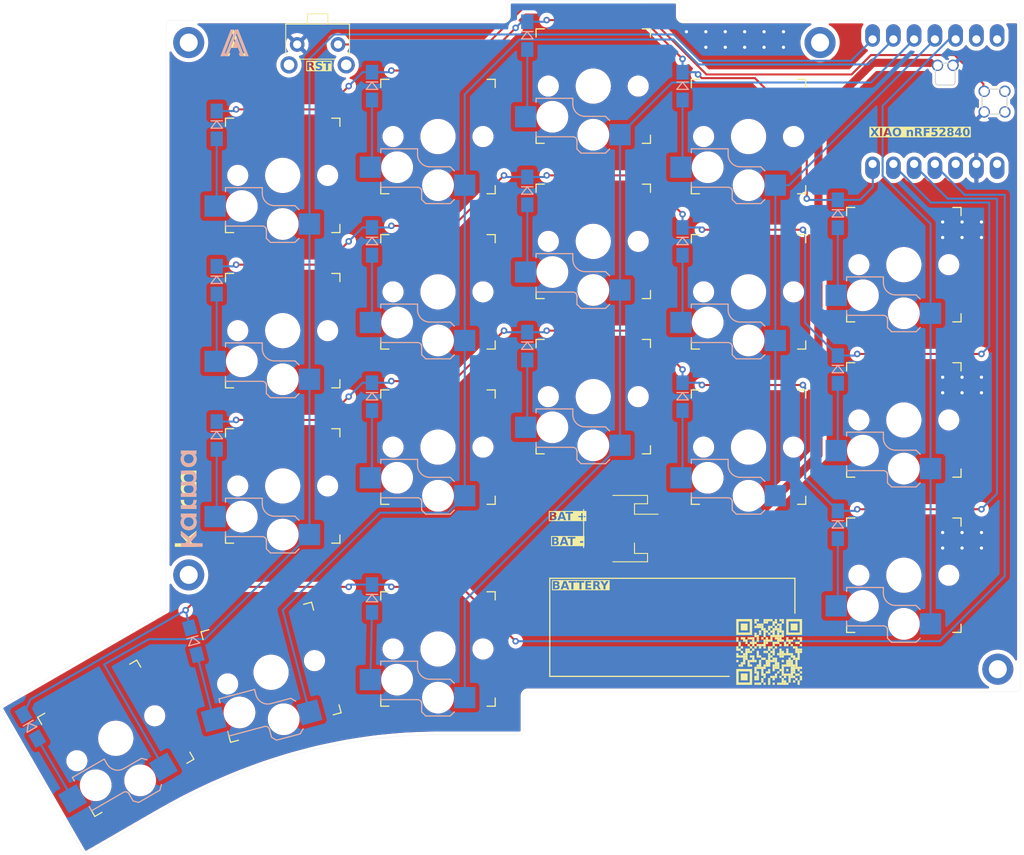
<source format=kicad_pcb>
(kicad_pcb (version 20221018) (generator pcbnew)
  (title_block (title "Karma Wireless Split Ergonomic Keyboard") (date "2023-04-08") (rev "0.3"))
  (layers (0 "F.Cu" signal) (31 "B.Cu" signal) (34 "B.Paste" user) (35 "F.Paste" user) (36 "B.SilkS" user "B.Silkscreen") (37 "F.SilkS" user "F.Silkscreen") (38 "B.Mask" user) (39 "F.Mask" user) (44 "Edge.Cuts" user))
  (net 0 "")
  (net 1 "ROW0_R")
  (net 2 "Net-(DR1-A)")
  (net 3 "Net-(DR2-A)")
  (net 4 "Net-(DR3-A)")
  (net 5 "Net-(DR4-A)")
  (net 6 "Net-(DR5-A)")
  (net 7 "ROW1_R")
  (net 8 "Net-(DR6-A)")
  (net 9 "Net-(DR7-A)")
  (net 10 "Net-(DR8-A)")
  (net 11 "Net-(DR9-A)")
  (net 12 "Net-(DR10-A)")
  (net 13 "ROW2_R")
  (net 14 "Net-(DR11-A)")
  (net 15 "Net-(DR12-A)")
  (net 16 "Net-(DR13-A)")
  (net 17 "Net-(DR14-A)")
  (net 18 "Net-(DR15-A)")
  (net 19 "ROW3_R")
  (net 20 "Net-(DR16-A)")
  (net 21 "Net-(DR17-A)")
  (net 22 "Net-(DR18-A)")
  (net 23 "VBAT_R")
  (net 24 "GND_R")
  (net 25 "RESET_R")
  (net 26 "COL4_R")
  (net 27 "COL3_R")
  (net 28 "COL2_R")
  (net 29 "COL1_R")
  (net 30 "COL0_R")
  (footprint "karmalib:Kailh_Socket_PG1350_Optional" (layer "F.Cu") (at 90.445625 47.365)
    (fp_text reference "SWR2" hide)
    (fp_text value "SW_Push_45deg")
  )
  (footprint "karmalib:Kailh_Socket_PG1350_Optional" (layer "F.Cu") (at 147.445625 82.04)
    (fp_text reference "SWR10" hide)
    (fp_text value "SW_Push_45deg")
  )
  (footprint "karmalib:Kailh_Socket_PG1350_Optional" (layer "F.Cu") (at 90.445625 66.365)
    (fp_text reference "SWR7" hide)
    (fp_text value "SW_Push_45deg")
  )
  (footprint "MountingHole:MountingHole_2.2mm_M2_DIN965_Pad" (layer "F.Cu") (at 59.945625 101.001)
    (fp_text reference "REF**" hide)
    (fp_text value "MountingHole_2.2mm_M2_DIN965_Pad" hide)
  )
  (footprint "MountingHole:MountingHole_2.2mm_M2_DIN965_Pad" (layer "F.Cu") (at 137.195625 35.865)
    (fp_text reference "REF**" hide)
    (fp_text value "MountingHole_2.2mm_M2_DIN965_Pad" hide)
  )
  (footprint "karmalib:Kailh_Socket_PG1350_Optional" (layer "F.Cu") (at 90.445625 110.065)
    (fp_text reference "SWR18" hide)
    (fp_text value "SW_Push_45deg")
  )
  (footprint "karmalib:Kailh_Socket_PG1350_Optional" (layer "F.Cu") (at 128.445625 47.365)
    (fp_text reference "SWR4" hide)
    (fp_text value "SW_Push_45deg")
  )
  (footprint "karmalib:Kailh_Socket_PG1350_Optional" (layer "F.Cu") (at 71.445625 71.115)
    (fp_text reference "SWR6" hide)
    (fp_text value "SW_Push_45deg")
  )
  (footprint "karmalib:Kailh_Socket_PG1350_Optional" (layer "F.Cu") (at 109.445625 79.19)
    (fp_text reference "SWR13" hide)
    (fp_text value "SW_Push_45deg")
  )
  (footprint "karmalib:Kailh_Socket_PG1350_Optional" (layer "F.Cu") (at 128.445625 66.365)
    (fp_text reference "SWR9" hide)
    (fp_text value "SW_Push_45deg")
  )
  (footprint "karmalib:Kailh_Socket_PG1350_Optional" (layer "F.Cu") (at 70.020625 112.915 15)
    (fp_text reference "SWR17" hide)
    (fp_text value "SW_Push_45deg")
  )
  (footprint "karmalib:Kailh_Socket_PG1350_Optional" (layer "F.Cu") (at 90.445625 85.365)
    (fp_text reference "SWR12" hide)
    (fp_text value "SW_Push_45deg")
  )
  (footprint "karmalib:SKHLLCA010" (layer "F.Cu") (at 75.717625 37.34525)
    (fp_text reference "RSW2" hide)
    (fp_text value "SW_Push")
  )
  (footprint "karmalib:Kailh_Socket_PG1350_Optional" (layer "F.Cu") (at 109.445625 60.19)
    (fp_text reference "SWR8" hide)
    (fp_text value "SW_Push_45deg")
  )
  (footprint "karmalib:Kailh_Socket_PG1350_Optional" (layer "F.Cu") (at 147.445625 63.04)
    (fp_text reference "SWR5" hide)
    (fp_text value "SW_Push_45deg")
  )
  (footprint "karmalib:JST_PH_S2B-PH-SM4-TB" (layer "F.Cu") (at 112.777625 95.336 -90)
    (fp_text reference "J2" hide)
    (fp_text value "BAT")
  )
  (footprint "MountingHole:MountingHole_2.2mm_M2_DIN965_Pad" (layer "F.Cu") (at 158.945625 112.54)
    (fp_text reference "REF**" hide)
    (fp_text value "MountingHole_2.2mm_M2_DIN965_Pad" hide)
  )
  (footprint "karmalib:XIAO_nRF52840_SMD_Cutout" (layer "F.Cu") (at 151.245625 43.09 -90)
    (fp_text reference "U2" hide)
    (fp_text value "xiao-ble" hide)
    (fp_line (start -4.699 -0.7488) (end -4.699 -1.7902) (stroke (width 0.12)) (layer "Edge.Cuts"))
    (fp_line (start -4.0132 -2.476) (end -2.413 -2.476) (stroke (width 0.12)) (layer "Edge.Cuts"))
    (fp_line (start -2.413 -0.063) (end -4.0132 -0.063) (stroke (width 0.12)) (layer "Edge.Cuts"))
    (fp_line (start -2.032 -2.095) (end -2.032 -0.444) (stroke (width 0.12)) (layer "Edge.Cuts"))
    (fp_line (start -1.524 -6.4638) (end -1.524 -8.1402) (stroke (width 0.12)) (layer "Edge.Cuts"))
    (fp_line (start -0.8382 -8.826) (end 0.8382 -8.826) (stroke (width 0.12)) (layer "Edge.Cuts"))
    (fp_line (start -0.8382 -5.778) (end 0.8382 -5.778) (stroke (width 0.12)) (layer "Edge.Cuts"))
    (fp_line (start 1.524 -6.4638) (end 1.524 -8.1402) (stroke (width 0.12)) (layer "Edge.Cuts"))
    (fp_arc (start -4.699 -0.7488) (mid -4.095391 -0.666609) (end -4.0132 -0.063) (stroke (width 0.12)) (layer "Edge.Cuts"))
    (fp_arc (start -4.0132 -2.476) (mid -4.095391 -1.872391) (end -4.699 -1.7902) (stroke (width 0.12)) (layer "Edge.Cuts"))
    (fp_arc (start -2.413 -2.476) (mid -2.143592 -2.364408) (end -2.032 -2.095) (stroke (width 0.12)) (layer "Edge.Cuts"))
    (fp_arc (start -2.032 -0.444) (mid -2.143592 -0.174592) (end -2.413 -0.063) (stroke (width 0.12)) (layer "Edge.Cuts"))
    (fp_arc (start -1.524 -6.4638) (mid -0.920391 -6.381609) (end -0.8382 -5.778) (stroke (width 0.12)) (layer "Edge.Cuts"))
    (fp_arc (start -0.8382 -8.826) (mid -0.920391 -8.222391) (end -1.524 -8.1402) (stroke (width 0.12)) (layer "Edge.Cuts"))
    (fp_arc (start 0.8382 -5.778) (mid 0.920391 -6.381609) (end 1.524 -6.4638) (stroke (width 0.12)) (layer "Edge.Cuts"))
    (fp_arc (start 1.524 -8.1402) (mid 0.920393 -8.222393) (end 0.8382 -8.826) (stroke (width 0.12)) (layer "Edge.Cuts"))
  )
  (footprint "karmalib:Kailh_Socket_PG1350_Optional" (layer "F.Cu") (at 71.445625 90.115)
    (fp_text reference "SWR11" hide)
    (fp_text value "SW_Push_45deg")
  )
  (footprint "MountingHole:MountingHole_2.2mm_M2_DIN965_Pad" (layer "F.Cu") (at 59.945625 35.865)
    (fp_text reference "REF**" hide)
    (fp_text value "MountingHole_2.2mm_M2_DIN965_Pad" hide)
  )
  (footprint "karmalib:Kailh_Socket_PG1350_Optional" (layer "F.Cu") (at 128.445625 85.365)
    (fp_text reference "SWR14" hide)
    (fp_text value "SW_Push_45deg")
  )
  (footprint "karmalib:Kailh_Socket_PG1350_Optional" (layer "F.Cu") (at 147.445625 101.04)
    (fp_text reference "SWR15" hide)
    (fp_text value "SW_Push_45deg")
  )
  (footprint "karmalib:Kailh_Socket_PG1350_Optional" (layer "F.Cu") (at 51.020625 120.99 30)
    (fp_text reference "SWR16" hide)
    (fp_text value "SW_Push_45deg")
  )
  (footprint "karmalib:Kailh_Socket_PG1350_Optional" (layer "F.Cu") (at 109.445625 41.19)
    (fp_text reference "SWR3" hide)
    (fp_text value "SW_Push_45deg")
  )
  (footprint "karmalib:Kailh_Socket_PG1350_Optional" (layer "F.Cu") (at 71.445625 52.115)
    (fp_text reference "SWR1" hide)
    (fp_text value "SW_Push_45deg")
  )
  (footprint "karmalib:Diode_SOD123" (layer "B.Cu") (at 139.370625 75.865 -90)
    (fp_text reference "DR10" hide)
    (fp_text value "D_Small" hide)
  )
  (footprint "karmalib:Diode_SOD123" (layer "B.Cu") (at 101.370625 54.015 -90)
    (fp_text reference "DR8" hide)
    (fp_text value "D_Small" hide)
  )
  (footprint "karmalib:Diode_SOD123" (layer "B.Cu") (at 101.370625 35.015 -90)
    (fp_text reference "DR3" hide)
    (fp_text value "D_Small" hide)
  )
  (footprint "karmalib:Diode_SOD123" (layer "B.Cu") (at 120.370625 60.19 -90)
    (fp_text reference "DR9" hide)
    (fp_text value "D_Small" hide)
  )
  (footprint "karmalib:Diode_SOD123" (layer "B.Cu") (at 120.370625 41.19 -90)
    (fp_text reference "DR4" hide)
    (fp_text value "D_Small" hide)
  )
  (footprint "karmalib:Diode_SOD123" (layer "B.Cu") (at 139.370625 94.865 -90)
    (fp_text reference "DR15" hide)
    (fp_text value "D_Small" hide)
  )
  (footprint "karmalib:Diode_SOD123" (layer "B.Cu") (at 63.370625 64.94 -90)
    (fp_text reference "DR6" hide)
    (fp_text value "D_Small" hide)
  )
  (footprint "karmalib:Diode_SOD123" (layer "B.Cu") (at 63.370625 83.94 -90)
    (fp_text reference "DR11" hide)
    (fp_text value "D_Small" hide)
  )
  (footprint "karmalib:Diode_SOD123" (layer "B.Cu") (at 139.370625 56.8125 -90)
    (fp_text reference "DR5" hide)
    (fp_text value "D_Small" hide)
  )
  (footprint "karmalib:Diode_SOD123" (layer "B.Cu") (at 40.570625 119.565 -60)
    (fp_text reference "DR16" hide)
    (fp_text value "D_Small" hide)
  )
  (footprint "karmalib:Diode_SOD123" (layer "B.Cu") (at 82.370625 103.89 -90)
    (fp_text reference "DR18" hide)
    (fp_text value "D_Small" hide)
  )
  (footprint "karmalib:Diode_SOD123" (layer "B.Cu") (at 101.370625 73 -90)
    (fp_text reference "DR13" hide)
    (fp_text value "D_Small" hide)
  )
  (footprint "karmalib:Diode_SOD123" (layer "B.Cu") (at 82.370625 79.19 -90)
    (fp_text reference "DR12" hide)
    (fp_text value "D_Small" hide)
  )
  (footprint "karmalib:Diode_SOD123" (layer "B.Cu") (at 82.370625 41.19 -90)
    (fp_text reference "DR2" hide)
    (fp_text value "D_Small" hide)
  )
  (footprint "karmalib:Diode_SOD123" (layer "B.Cu") (at 60.520625 109.115 -75)
    (fp_text reference "DR17" hide)
    (fp_text value "D_Small" hide)
  )
  (footprint "karmalib:Diode_SOD123" (layer "B.Cu") (at 120.370625 79.19 -90)
    (fp_text reference "DR14" hide)
    (fp_text value "D_Small" hide)
  )
  (footprint "karmalib:Diode_SOD123" (layer "B.Cu") (at 63.370625 45.94 -90)
    (fp_text reference "DR1" hide)
    (fp_text value "D_Small" hide)
  )
  (footprint "karmalib:Diode_SOD123" (layer "B.Cu") (at 82.370625 60.19 -90)
    (fp_text reference "DR7" hide)
    (fp_text value "D_Small" hide)
  )
  (gr_poly (pts (xy 63.829779 37.521201) (xy 64.187616 37.521201) (xy 65.45538 34.269996) (xy 65.097543 34.269996)) (fill solid) (layer "B.SilkS"))
  (gr_poly (pts (xy 60.92159 86.817671) (xy 60.920835 86.79477) (xy 60.919577 86.772106) (xy 60.917816 86.74968) (xy 60.915551 86.727492) (xy 60.912784 86.705541) (xy 60.909513 86.683828) (xy 60.905739 86.662352) (xy 60.901462 86.641115) (xy 60.896682 86.620114) (xy 60.8914 86.599352) (xy 60.885614 86.578826) (xy 60.879324 86.558538) (xy 60.872532 86.538488) (xy 60.865237 86.518675) (xy 60.85744 86.4991) (xy 60.84915 86.479805) (xy 60.840386 86.460831) (xy 60.831146 86.442179) (xy 60.821432 86.423849) (xy 60.811242 86.405839) (xy 60.800577 86.388152) (xy 60.789437 86.370785) (xy 60.777822 86.35374) (xy 60.765732 86.337016) (xy 60.753167 86.320614) (xy 60.740127 86.304533) (xy 60.726612 86.288773) (xy 60.712621 86.273335) (xy 60.698156 86.258218) (xy 60.683216 86.243422) (xy 60.6678 86.228948) (xy 60.90037 86.228948) (xy 60.90037 85.781683) (xy 58.98966 85.781683) (xy 58.98966 86.207483) (xy 59.236544 86.207483) (xy 59.219814 86.221551) (xy 59.203615 86.236024) (xy 59.187947 86.250903) (xy 59.17281 86.266187) (xy 59.158204 86.281877) (xy 59.144129 86.297971) (xy 59.130585 86.314471) (xy 59.117572 86.331376) (xy 59.10509 86.348687) (xy 59.093139 86.366403) (xy 59.081719 86.384524) (xy 59.070831 86.403051) (xy 59.060474 86.421983) (xy 59.050648 86.44132) (xy 59.041353 86.461062) (xy 59.03259 86.48121) (xy 59.024358 86.501694) (xy 59.016657 86.522443) (xy 59.009487 86.543457) (xy 59.002848 86.564738) (xy 58.996741 86.586283) (xy 58.991164 86.608095) (xy 58.986119 86.630172) (xy 58.981605 86.652514) (xy 58.977621 86.675122) (xy 58.974169 86.697995) (xy 58.971248 86.721134) (xy 58.968858 86.744539) (xy 58.966999 86.768208) (xy 58.965672 86.792144) (xy 58.964875 86.816344) (xy 58.964609 86.84081) (xy 58.965085 86.875467) (xy 58.96651 86.909662) (xy 58.968886 86.943396) (xy 58.972213 86.976669) (xy 58.97649 87.00948) (xy 58.981717 87.04183) (xy 58.987895 87.073719) (xy 58.995023 87.105147) (xy 59.003101 87.136113) (xy 59.012129 87.166618) (xy 59.022108 87.196662) (xy 59.033037 87.226245) (xy 59.044917 87.255366) (xy 59.057746 87.284026) (xy 59.071526 87.312225) (xy 59.086256 87.339963) (xy 59.101857 87.367092) (xy 59.11824 87.393466) (xy 59.135405 87.419085) (xy 59.153353 87.44395) (xy 59.172083 87.46806) (xy 59.191595 87.491416) (xy 59.211891 87.514017) (xy 59.232968 87.535863) (xy 59.254829 87.556955) (xy 59.277472 87.577291) (xy 59.300898 87.596873) (xy 59.325107 87.615701) (xy 59.3501 87.633773) (xy 59.375875 87.651091) (xy 59.402433 87.667654) (xy 59.429775 87.683462) (xy 59.457783 87.698411) (xy 59.48635 87.712395) (xy 59.515477 87.725415) (xy 59.545163 87.73747) (xy 59.575408 87.748561) (xy 59.606212 87.758687) (xy 59.637576 87.767849) (xy 59.669499 87.776047) (xy 59.701981 87.78328) (xy 59.735022 87.789548) (xy 59.768623 87.794853) (xy 59.802783 87.799192) (xy 59.837502 87.802568) (xy 59.87278 87.804979) (xy 59.908618 87.806425) (xy 59.945015 87.806908) (xy 59.945015 87.356066) (xy 59.911875 87.355444) (xy 59.879547 87.353578) (xy 59.848029 87.350468) (xy 59.817322 87.346114) (xy 59.787425 87.340516) (xy 59.758339 87.333674) (xy 59.730064 87.325588) (xy 59.702599 87.316258) (xy 59.675945 87.305684) (xy 59.650102 87.293866) (xy 59.625069 87.280804) (xy 59.600848 87.266498) (xy 59.577437 87.250949) (xy 59.554837 87.234155) (xy 59.533048 87.216117) (xy 59.51207 87.196835) (xy 59.492135 87.17659) (xy 59.473487 87.15566) (xy 59.456126 87.134045) (xy 59.440051 87.111745) (xy 59.425262 87.08876) (xy 59.411759 87.065089) (xy 59.399543 87.040734) (xy 59.388613 87.015694) (xy 59.378969 86.989969) (xy 59.370611 86.963559) (xy 59.363539 86.936464) (xy 59.357753 86.908685) (xy 59.353253 86.88022) (xy 59.350039 86.85107) (xy 59.34811 86.821236) (xy 59.347467 86.790717) (xy 59.34811 86.760191) (xy 59.350039 86.730336) (xy 59.353253 86.701152) (xy 59.357753 86.672639) (xy 59.363539 86.644797) (xy 59.370611 86.617626) (xy 59.378969 86.591126) (xy 59.388613 86.565296) (xy 59.399543 86.540138) (xy 59.411759 86.51565) (xy 59.425262 86.491833) (xy 59.440051 86.468687) (xy 59.456126 86.446212) (xy 59.473487 86.424408) (xy 59.492135 86.403274) (xy 59.51207 86.382812) (xy 59.533048 86.363314) (xy 59.554837 86.345073) (xy 59.577437 86.328091) (xy 59.600848 86.312367) (xy 59.625069 86.297901) (xy 59.650102 86.284693) (xy 59.675945 86.272743) (xy 59.702599 86.262051) (xy 59.730064 86.252616) (xy 59.758339 86.24444) (xy 59.787425 86.237521) (xy 59.817322 86.231861) (xy 59.848029 86.227458) (xy 59.879547 86.224314) (xy 59.911875 86.222427) (xy 59.945015 86.221798) (xy 59.978156 86.222427) (xy 60.010486 86.224314) (xy 60.042004 86.227458) (xy 60.072712 86.231861) (xy 60.102608 86.237521) (xy 60.131693 86.24444) (xy 60.159968 86.252616) (xy 60.187432 86.262051) (xy 60.214085 86.272743) (xy 60.239928 86.284693) (xy 60.264961 86.297901) (xy 60.289183 86.312367) (xy 60.312596 86.328091) (xy 60.335198 86.345073) (xy 60.35699 86.363314) (xy 60.377973 86.382812) (xy 60.397903 86.403274) (xy 60.416547 86.424408) (xy 60.433906 86.446212) (xy 60.449979 86.468687) (xy 60.464766 86.491833) (xy 60.478267 86.51565) (xy 60.490483 86.540138) (xy 60.501413 86.565296) (xy 60.511057 86.591126) (xy 60.519416 86.617626) (xy 60.526488 86.644797) (xy 60.532275 86.672639) (xy 60.536775 86.701152) (xy 60.53999 86.730336) (xy 60.541919 86.760191) (xy 60.542562 86.790717) (xy 60.541919 86.821236) (xy 60.53999 86.85107) (xy 60.536775 86.88022) (xy 60.532275 86.908685) (xy 60.526488 86.936464) (xy 60.519416 86.963559) (xy 60.511057 86.989969) (xy 60.501413 87.015694) (xy 60.490483 87.040734) (xy 60.478267 87.065089) (xy 60.464766 87.08876) (xy 60.449979 87.111745) (xy 60.433906 87.134045) (xy 60.416547 87.15566) (xy 60.397903 87.17659) (xy 60.377973 87.196835) (xy 60.35699 87.216117) (xy 60.335198 87.234155) (xy 60.312596 87.250949) (xy 60.289183 87.266498) (xy 60.264961 87.280804) (xy 60.239928 87.293866) (xy 60.214085 87.305684) (xy 60.187432 87.316258) (xy 60.159968 87.325588) (xy 60.131693 87.333674) (xy 60.102608 87.340516) (xy 60.072712 87.346114) (xy 60.042004 87.350468) (xy 60.010486 87.353578) (xy 59.978156 87.355444) (xy 59.945015 87.356066) (xy 59.945015 87.806908) (xy 59.981404 87.806425) (xy 60.017221 87.804979) (xy 60.052464 87.802568) (xy 60.087133 87.799192) (xy 60.12123 87.794853) (xy 60.154753 87.789548) (xy 60.187703 87.78328) (xy 60.22008 87.776047) (xy 60.251884 87.767849) (xy 60.283115 87.758687) (xy 60.313773 87.748561) (xy 60.343858 87.73747) (xy 60.373371 87.725415) (xy 60.40231 87.712395) (xy 60.430677 87.698411) (xy 60.458472 87.683462) (xy 60.485593 87.667654) (xy 60.511946 87.651091) (xy 60.53753 87.633773) (xy 60.562346 87.615701) (xy 60.586393 87.596873) (xy 60.609672 87.577291) (xy 60.632182 87.556955) (xy 60.653923 87.535863) (xy 60.674896 87.514017) (xy 60.6951 87.491416) (xy 60.714536 87.46806) (xy 60.733202 87.44395) (xy 60.7511 87.419085) (xy 60.76823 87.393466) (xy 60.78459 87.367092) (xy 60.800182 87.339963) (xy 60.814914 87.312225) (xy 60.828696 87.284026) (xy 60.841527 87.255366) (xy 60.853408 87.226245) (xy 60.864338 87.196662) (xy 60.874318 87.166618) (xy 60.883348 87.136113) (xy 60.891426 87.105147) (xy 60.898555 87.073719) (xy 60.904733 87.04183) (xy 60.909961 87.00948) (xy 60.914238 86.976669) (xy 60.917564 86.943396) (xy 60.91994 86.909662) (xy 60.921366 86.875467) (xy 60.921841 86.84081)) (fill solid) (layer "B.SilkS"))
  (gr_poly (pts (xy 60.496053 91.814415) (xy 60.498566 91.828558) (xy 60.500745 91.842367) (xy 60.50259 91.85584) (xy 60.5041 91.868979) (xy 60.505276 91.881782) (xy 60.506116 91.894249) (xy 60.506621 91.906381) (xy 60.506789 91.918178) (xy 60.506195 91.950381) (xy 60.504412 91.981689) (xy 60.501441 92.012103) (xy 60.497282 92.041623) (xy 60.491935 92.070248) (xy 60.4854 92.097978) (xy 60.477676 92.124815) (xy 60.468765 92.150756) (xy 60.458666 92.175804) (xy 60.447379 92.199956) (xy 60.434904 92.223214) (xy 60.421242 92.245578) (xy 60.406392 92.267047) (xy 60.390355 92.287621) (xy 60.37313 92.307301) (xy 60.354718 92.326086) (xy 60.335184 92.34385) (xy 60.314601 92.360469) (xy 60.292971 92.375941) (xy 60.270292 92.390267) (xy 60.246566 92.403447) (xy 60.221791 92.415481) (xy 60.195968 92.426369) (xy 60.169097 92.436111) (xy 60.141177 92.444706) (xy 60.112209 92.452156) (xy 60.082193 92.458459) (xy 60.051129 92.463617) (xy 60.019016 92.467628) (xy 59.985854 92.470493) (xy 59.951644 92.472212) (xy 59.916386 92.472785) (xy 58.98966 92.472785) (xy 58.98966 92.920055) (xy 60.90037 92.920055) (xy 60.90037 92.494257) (xy 60.621278 92.494257) (xy 60.63977 92.481894) (xy 60.657675 92.468958) (xy 60.674992 92.45545) (xy 60.691723 92.441368) (xy 60.707866 92.426713) (xy 60.723423 92.411485) (xy 60.738392 92.395683) (xy 60.752775 92.379309) (xy 60.76657 92.362362) (xy 60.779778 92.344842) (xy 60.7924 92.326749) (xy 60.804434 92.308082) (xy 60.815881 92.288843) (xy 60.826741 92.26903) (xy 60.837014 92.248645) (xy 60.846701 92.227686) (xy 60.8558 92.206155) (xy 60.864312 92.18405) (xy 60.872237 92.161372) (xy 60.879575 92.138122) (xy 60.886326 92.114298) (xy 60.892489 92.089901) (xy 60.903056 92.039388) (xy 60.911275 91.986583) (xy 60.917145 91.931486) (xy 60.920667 91.874096) (xy 60.921841 91.814415)) (fill solid) (layer "B.SilkS"))
  (gr_poly (pts (xy 64.185393 37.521213) (xy 64.363266 37.521213) (xy 64.502899 37.163113) (xy 64.325046 37.163072)) (fill solid) (layer "B.SilkS"))
  (gr_poly (pts (xy 65.292755 36.5052) (xy 65.971366 36.5052) (xy 66.369777 37.5212) (xy 66.725377 37.5212) (xy 65.814171 35.184401)) (fill solid) (layer "B.SilkS"))
  (gr_poly (pts (xy 64.363179 37.521201) (xy 64.721016 37.521201) (xy 65.98878 34.269996) (xy 65.630943 34.269996)) (fill solid) (layer "B.SilkS"))
  (gr_poly (pts (xy 66.90094 37.521201) (xy 67.258777 37.521201) (xy 65.991012 34.269996) (xy 65.633176 34.269996)) (fill solid) (layer "B.SilkS"))
  (gr_poly (pts (xy 60.041637 97.124358) (xy 60.90037 96.197622) (xy 60.90037 95.660901) (xy 60.098868 96.458827) (xy 58.98966 95.58576) (xy 58.98966 96.129639) (xy 59.809041 96.791591) (xy 59.494177 97.124358) (xy 58.98966 97.124358) (xy 58.98966 97.571624) (xy 61.644627 97.571624) (xy 61.644627 97.124358)) (fill solid) (layer "B.SilkS"))
  (gr_poly (pts (xy 60.92159 94.542855) (xy 60.920835 94.519953) (xy 60.919577 94.497289) (xy 60.917816 94.474863) (xy 60.915551 94.452674) (xy 60.912784 94.430723) (xy 60.909513 94.40901) (xy 60.905739 94.387534) (xy 60.901462 94.366296) (xy 60.896682 94.345295) (xy 60.8914 94.324533) (xy 60.885614 94.304007) (xy 60.879324 94.28372) (xy 60.872532 94.26367) (xy 60.865237 94.243858) (xy 60.85744 94.224284) (xy 60.84915 94.204988) (xy 60.840386 94.186014) (xy 60.831146 94.167361) (xy 60.821432 94.14903) (xy 60.811242 94.131021) (xy 60.800577 94.113332) (xy 60.789437 94.095965) (xy 60.777822 94.07892) (xy 60.765732 94.062196) (xy 60.753167 94.045794) (xy 60.740127 94.029713) (xy 60.726612 94.013954) (xy 60.712621 93.998516) (xy 60.698156 93.9834) (xy 60.683216 93.968605) (xy 60.6678 93.954132) (xy 60.90037 93.954132) (xy 60.90037 93.506866) (xy 58.98966 93.506866) (xy 58.98966 93.932667) (xy 59.236544 93.932667) (xy 59.219814 93.946735) (xy 59.203615 93.961208) (xy 59.187947 93.976087) (xy 59.17281 93.991371) (xy 59.158204 94.00706) (xy 59.144129 94.023155) (xy 59.130585 94.039655) (xy 59.117572 94.05656) (xy 59.10509 94.073871) (xy 59.093139 94.091586) (xy 59.081719 94.109708) (xy 59.070831 94.128234) (xy 59.060474 94.147166) (xy 59.050648 94.166503) (xy 59.041353 94.186246) (xy 59.03259 94.206394) (xy 59.024358 94.226877) (xy 59.016657 94.247626) (xy 59.009487 94.26864) (xy 59.002848 94.28992) (xy 58.996741 94.311466) (xy 58.991164 94.333277) (xy 58.986119 94.355353) (xy 58.981605 94.377695) (xy 58.977621 94.400303) (xy 58.974169 94.423176) (xy 58.971248 94.446315) (xy 58.968858 94.469719) (xy 58.966999 94.493389) (xy 58.965672 94.517325) (xy 58.964875 94.541527) (xy 58.964609 94.565994) (xy 58.965085 94.60065) (xy 58.96651 94.634845) (xy 58.968886 94.668579) (xy 58.972213 94.701852) (xy 58.97649 94.734663) (xy 58.981717 94.767013) (xy 58.987895 94.798902) (xy 58.995023 94.830329) (xy 59.003101 94.861295) (xy 59.012129 94.8918) (xy 59.022108 94.921844) (xy 59.033037 94.951426) (xy 59.044917 94.980547) (xy 59.057746 95.009207) (xy 59.071526 95.037406) (xy 59.086256 95.065143) (xy 59.101857 95.092272) (xy 59.11824 95.118647) (xy 59.135405 95.144267) (xy 59.153353 95.169132) (xy 59.172083 95.193243) (xy 59.191595 95.216599) (xy 59.211891 95.2392) (xy 59.232968 95.261046) (xy 59.254829 95.282138) (xy 59.277472 95.302475) (xy 59.300898 95.322057) (xy 59.325107 95.340884) (xy 59.3501 95.358957) (xy 59.375875 95.376275) (xy 59.402433 95.392838) (xy 59.429775 95.408646) (xy 59.457783 95.423594) (xy 59.48635 95.437578) (xy 59.515477 95.450597) (xy 59.545163 95.462652) (xy 59.575408 95.473743) (xy 59.606212 95.483869) (xy 59.637576 95.493032) (xy 59.669499 95.501229) (xy 59.701981 95.508462) (xy 59.735022 95.514731) (xy 59.768623 95.520036) (xy 59.802783 95.524376) (xy 59.837502 95.527751) (xy 59.87278 95.530162) (xy 59.908618 95.531609) (xy 59.945015 95.532091) (xy 59.945015 95.081243) (xy 59.911875 95.080622) (xy 59.879547 95.078756) (xy 59.848029 95.075646) (xy 59.817322 95.071292) (xy 59.787425 95.065694) (xy 59.758339 95.058852) (xy 59.730064 95.050767) (xy 59.702599 95.041437) (xy 59.675945 95.030864) (xy 59.650102 95.019046) (xy 59.625069 95.005985) (xy 59.600848 94.99168) (xy 59.577437 94.97613) (xy 59.554837 94.959337) (xy 59.533048 94.9413) (xy 59.51207 94.922019) (xy 59.492135 94.901773) (xy 59.473487 94.880842) (xy 59.456126 94.859226) (xy 59.440051 94.836926) (xy 59.425262 94.81394) (xy 59.411759 94.79027) (xy 59.399543 94.765915) (xy 59.388613 94.740875) (xy 59.378969 94.715151) (xy 59.370611 94.688741) (xy 59.363539 94.661647) (xy 59.357753 94.633867) (xy 59.353253 94.605403) (xy 59.350039 94.576254) (xy 59.34811 94.546419) (xy 59.347467 94.5159) (xy 59.34811 94.485374) (xy 59.350039 94.455519) (xy 59.353253 94.426335) (xy 59.357753 94.397821) (xy 59.363539 94.369979) (xy 59.370611 94.342808) (xy 59.378969 94.316308) (xy 59.388613 94.290479) (xy 59.399543 94.26532) (xy 59.411759 94.240833) (xy 59.425262 94.217016) (xy 59.440051 94.19387) (xy 59.456126 94.171396) (xy 59.473487 94.149591) (xy 59.492135 94.128458) (xy 59.51207 94.107996) (xy 59.533048 94.088497) (xy 59.554837 94.070257) (xy 59.577437 94.053274) (xy 59.600848 94.03755) (xy 59.625069 94.023083) (xy 59.650102 94.009874) (xy 59.675945 93.997924) (xy 59.702599 93.987231) (xy 59.730064 93.977796) (xy 59.758339 93.969619) (xy 59.787425 93.9627) (xy 59.817322 93.957039) (xy 59.848029 93.952636) (xy 59.879547 93.949491) (xy 59.911875 93.947604) (xy 59.945015 93.946975) (xy 59.978156 93.947604) (xy 60.010486 93.949491) (xy 60.042004 93.952636) (xy 60.072712 93.957039) (xy 60.102608 93.9627) (xy 60.131693 93.969619) (xy 60.159968 93.977796) (xy 60.187432 93.987231) (xy 60.214085 93.997924) (xy 60.239928 94.009874) (xy 60.264961 94.023083) (xy 60.289183 94.03755) (xy 60.312596 94.053274) (xy 60.335198 94.070257) (xy 60.35699 94.088497) (xy 60.377973 94.107996) (xy 60.397903 94.128458) (xy 60.416547 94.149591) (xy 60.433906 94.171396) (xy 60.449979 94.19387) (xy 60.464766 94.217016) (xy 60.478267 94.240833) (xy 60.490483 94.26532) (xy 60.501413 94.290479) (xy 60.511057 94.316308) (xy 60.519416 94.342808) (xy 60.526488 94.369979) (xy 60.532275 94.397821) (xy 60.536775 94.426335) (xy 60.53999 94.455519) (xy 60.541919 94.485374) (xy 60.542562 94.5159) (xy 60.541919 94.546419) (xy 60.53999 94.576254) (xy 60.536775 94.605403) (xy 60.532275 94.633867) (xy 60.526488 94.661647) (xy 60.519416 94.688741) (xy 60.511057 94.715151) (xy 60.501413 94.740875) (xy 60.490483 94.765915) (xy 60.478267 94.79027) (xy 60.464766 94.81394) (xy 60.449979 94.836926) (xy 60.433906 94.859226) (xy 60.416547 94.880842) (xy 60.397903 94.901773) (xy 60.377973 94.922019) (xy 60.35699 94.9413) (xy 60.335198 94.959337) (xy 60.312596 94.97613) (xy 60.289183 94.99168) (xy 60.264961 95.005985) (xy 60.239928 95.019046) (xy 60.214085 95.030864) (xy 60.187432 95.041437) (xy 60.159968 95.050767) (xy 60.131693 95.058852) (xy 60.102608 95.065694) (xy 60.072712 95.071292) (xy 60.042004 95.075646) (xy 60.010486 95.078756) (xy 59.978156 95.080622) (xy 59.945015 95.081243) (xy 59.945015 95.532091) (xy 59.981404 95.531609) (xy 60.017221 95.530162) (xy 60.052464 95.527751) (xy 60.087133 95.524376) (xy 60.12123 95.520036) (xy 60.154753 95.514731) (xy 60.187703 95.508462) (xy 60.22008 95.501229) (xy 60.251884 95.493032) (xy 60.283115 95.483869) (xy 60.313773 95.473743) (xy 60.343858 95.462652) (xy 60.373371 95.450597) (xy 60.40231 95.437578) (xy 60.430677 95.423594) (xy 60.458472 95.408646) (xy 60.485593 95.392838) (xy 60.511946 95.376275) (xy 60.53753 95.358957) (xy 60.562346 95.340884) (xy 60.586393 95.322057) (xy 60.609672 95.302475) (xy 60.632182 95.282138) (xy 60.653923 95.261046) (xy 60.674896 95.2392) (xy 60.6951 95.216599) (xy 60.714536 95.193243) (xy 60.733202 95.169132) (xy 60.7511 95.144267) (xy 60.76823 95.118647) (xy 60.78459 95.092272) (xy 60.800182 95.065143) (xy 60.814914 95.037406) (xy 60.828696 95.009207) (xy 60.841527 94.980547) (xy 60.853408 94.951426) (xy 60.864338 94.921844) (xy 60.874318 94.8918) (xy 60.883348 94.861295) (xy 60.891426 94.830329) (xy 60.898555 94.798902) (xy 60.904733 94.767013) (xy 60.909961 94.734663) (xy 60.914238 94.701852) (xy 60.917564 94.668579) (xy 60.91994 94.634845) (xy 60.921366 94.60065) (xy 60.921841 94.565994)) (fill solid) (layer "B.SilkS"))
  (gr_poly (pts (xy 60.921024 88.978884) (xy 60.918571 88.935472) (xy 60.914482 88.893233) (xy 60.908758 88.852169) (xy 60.901399 88.812278) (xy 60.892405 88.773562) (xy 60.881776 88.73602) (xy 60.869511 88.699651) (xy 60.855611 88.664457) (xy 60.840076 88.630437) (xy 60.822905 88.59759) (xy 60.8041 88.565918) (xy 60.783659 88.53542) (xy 60.761583 88.506096) (xy 60.737872 88.477946) (xy 60.712526 88.45097) (xy 60.685542 88.425407) (xy 60.656923 88.401492) (xy 60.626669 88.379227) (xy 60.594779 88.35861) (xy 60.561254 88.339643) (xy 60.526094 88.322326) (xy 60.489299 88.306657) (xy 60.450869 88.292638) (xy 60.410803 88.280268) (xy 60.369103 88.269547) (xy 60.325768 88.260476) (xy 60.280797 88.253054) (xy 60.234192 88.247281) (xy 60.185952 88.243158) (xy 60.136077 88.240684) (xy 60.084567 88.239859) (xy 58.98966 88.239859) (xy 58.98966 88.687125) (xy 60.027309 88.687125) (xy 60.058136 88.687559) (xy 60.087998 88.688859) (xy 60.116896 88.691025) (xy 60.144829 88.694059) (xy 60.171797 88.697958) (xy 60.197802 88.702725) (xy 60.222841 88.708358) (xy 60.246916 88.714858) (xy 60.270027 88.722224) (xy 60.292173 88.730457) (xy 60.313355 88.739556) (xy 60.333572 88.749522) (xy 60.352824 88.760355) (xy 60.371111 88.772054) (xy 60.388434 88.784619) (xy 60.404793 88.798051) (xy 60.420175 88.812294) (xy 60.434565 88.827291) (xy 60.447963 88.843043) (xy 60.460368 88.859549) (xy 60.471781 88.876811) (xy 60.482202 88.894827) (xy 60.49163 88.913598) (xy 60.500066 88.933123) (xy 60.50751 88.953404) (xy 60.513961 88.974439) (xy 60.51942 88.996229) (xy 60.523886 89.018774) (xy 60.52736 89.042074) (xy 60.529841 89.066128) (xy 60.53133 89.090938) (xy 60.531826 89.116502) (xy 60.531246 89.14433) (xy 60.529506 89.17146) (xy 60.526606 89.19789) (xy 60.522546 89.223622) (xy 60.517326 89.248656) (xy 60.510946 89.27299) (xy 60.503406 89.296625) (xy 60.494707 89.319562) (xy 60.484847 89.3418) (xy 60.473827 89.363339) (xy 60.461647 89.384178) (xy 60.448307 89.404319) (xy 60.433807 89.423761) (xy 60.418147 89.442505) (xy 60.401327 89.460549) (xy 60.383347 89.477894) (xy 60.364286 89.494359) (xy 60.344234 89.509762) (xy 60.323189 89.524102) (xy 60.301152 89.53738) (xy 60.278124 89.549596) (xy 60.254103 89.56075) (xy 60.22909 89.570841) (xy 60.203085 89.57987) (xy 60.176088 89.587837) (xy 60.148099 89.594741) (xy 60.119118 89.600583) (xy 60.089144 89.605363) (xy 60.058179 89.609081) (xy 60.026221 89.611737) (xy 59.993271 89.61333) (xy 59.959329 89.613861) (xy 58.98966 89.613861) (xy 58.98966 90.061127) (xy 60.027309 90.061127) (xy 60.058136 90.06156) (xy 60.087998 90.06286) (xy 60.116896 90.065027) (xy 60.144829 90.06806) (xy 60.171797 90.07196) (xy 60.197802 90.076726) (xy 60.222841 90.08236) (xy 60.246916 90.088859) (xy 60.270027 90.096226) (xy 60.292173 90.104459) (xy 60.313355 90.113558) (xy 60.333572 90.123524) (xy 60.352824 90.134357) (xy 60.371111 90.146056) (xy 60.388434 90.158621) (xy 60.404793 90.172054) (xy 60.420175 90.186295) (xy 60.434565 90.201292) (xy 60.447963 90.217043) (xy 60.460368 90.23355) (xy 60.471781 90.250811) (xy 60.482202 90.268827) (xy 60.49163 90.287598) (xy 60.500066 90.307124) (xy 60.50751 90.327405) (xy 60.513961 90.34844) (xy 60.51942 90.37023) (xy 60.523886 90.392775) (xy 60.52736 90.416075) (xy 60.529841 90.44013) (xy 60.53133 90.464939) (xy 60.531826 90.490503) (xy 60.531253 90.518757) (xy 60.529534 90.546271) (xy 60.526669 90.573044) (xy 60.522658 90.599076) (xy 60.517501 90.624368) (xy 60.511197 90.648919) (xy 60.503748 90.672729) (xy 60.495152 90.695798) (xy 60.485411 90.718127) (xy 60.474523 90.739714) (xy 60.462489 90.760561) (xy 60.44931 90.780668) (xy 60.434984 90.800033) (xy 60.419512 90.818658) (xy 60.402894 90.836542) (xy 60.38513 90.853685) (xy 60.366273 90.869934) (xy 60.346383 90.885134) (xy 60.325458 90.899286) (xy 60.303499 90.912389) (xy 60.280507 90.924444) (xy 60.25648 90.935451) (xy 60.231419 90.94541) (xy 60.205323 90.95432) (xy 60.178194 90.962182) (xy 60.15003 90.968995) (xy 60.120832 90.97476) (xy 60.0906 90.979477) (xy 60.059334 90.983146) (xy 60.027033 90.985767) (xy 59.993698 90.987339) (xy 59.959329 90.987863) (xy 58.98966 90.987863) (xy 58.98966 91.435129) (xy 60.90037 91.435129) (xy 60.90037 91.009335) (xy 60.657064 91.009335) (xy 60.672928 90.995706) (xy 60.688316 90.981659) (xy 60.703229 90.967193) (xy 60.717667 90.952307) (xy 60.731629 90.937002) (xy 60.745116 90.921277) (xy 60.758128 90.905134) (xy 60.770665 90.888571) (xy 60.782727 90.871588) (xy 60.794314 90.854187) (xy 60.805426 90.836366) (xy 60.816062 90.818126) (xy 60.826224 90.799467) (xy 60.835911 90.780388) (xy 60.845124 90.76089) (xy 60.853861 90.740972) (xy 60.862093 90.720705) (xy 60.869794 90.700159) (xy 60.876964 90.679333) (xy 60.883602 90.658228) (xy 60.88971 90.636843) (xy 60.895286 90.615179) (xy 60.900332 90.593235) (xy 60.904846 90.571011) (xy 60.908829 90.548509) (xy 60.912282 90.525726) (xy 60.915203 90.502664) (xy 60.917593 90.479323) (xy 60.919451 90.455702) (xy 60.920779 90.431802) (xy 60.921576 90.407621) (xy 60.921841 90.383162) (xy 60.921527 90.356515) (xy 60.920584 90.330245) (xy 60.919012 90.304352) (xy 60.916812 90.278837) (xy 60.913982 90.253699) (xy 60.910524 90.228938) (xy 60.906436 90.204555) (xy 60.90172 90.180549) (xy 60.896374 90.156921) (xy 60.890399 90.13367) (xy 60.883794 90.110796) (xy 60.876561 90.0883) (xy 60.868697 90.066181) (xy 60.860204 90.04444) (xy 60.851082 90.023076) (xy 60.841329 90.00209) (xy 60.830966 89.981565) (xy 60.820002 89.961585) (xy 60.808436 89.94215) (xy 60.79627 89.92326) (xy 60.783502 89.904915) (xy 60.770132 89.887115) (xy 60.756162 89.869861) (xy 60.741591 89.853151) (xy 60.726418 89.836986) (xy 60.710645 89.821367) (xy 60.69427 89.806292) (xy 60.677295 89.791763) (xy 60.659719 89.777779) (xy 60.641542 89.764339) (xy 60.622764 89.751445) (xy 60.603385 89.739096) (xy 60.621912 89.724071) (xy 60.639922 89.708515) (xy 60.657415 89.692428) (xy 60.674391 89.675809) (xy 60.69085 89.65866) (xy 60.706792 89.640979) (xy 60.722216 89.622767) (xy 60.737124 89.604024) (xy 60.751514 89.58475) (xy 60.765388 89.564944) (xy 60.778744 89.544608) (xy 60.791582 89.52374) (xy 60.803904 89.502341) (xy 60.815708 89.480411) (xy 60.826994 89.45795) (xy 60.837764 89.434957) (xy 60.847946 89.411546) (xy 60.857471 89.387827) (xy 60.866339 89.363801) (xy 60.874549 89.339467) (xy 60.882103 89.314825) (xy 60.889 89.289876) (xy 60.89524 89.264619) (xy 60.900824 89.239055) (xy 60.90575 89.213183) (xy 60.910019 89.187004) (xy 60.913631 89.160517) (xy 60.916587 89.133723) (xy 60.918886 89.106621) (xy 60.920528 89.079212) (xy 60.921513 89.051495) (xy 60.921841 89.023471)) (fill solid) (layer "B.SilkS"))
  (gr_poly (pts (xy 66.052272 37.163113) (xy 66.191904 37.521213) (xy 66.369778 37.521213) (xy 66.230125 37.163072)) (fill solid) (layer "B.SilkS"))
  (gr_poly (pts (xy 134.995625 109.73375) (xy 134.717813 109.73375) (xy 134.717813 109.455937) (xy 134.995625 109.455937)) (fill solid) (layer "F.SilkS"))
  (gr_poly (pts (xy 129.439375 108.6225) (xy 129.161563 108.6225) (xy 129.161563 108.344687) (xy 129.439375 108.344687)) (fill solid) (layer "F.SilkS"))
  (gr_poly (pts (xy 129.439375 110.011562) (xy 129.161563 110.011562) (xy 129.161563 109.73375) (xy 129.439375 109.73375)) (fill solid) (layer "F.SilkS"))
  (gr_poly (pts (xy 131.106251 112.789687) (xy 130.828438 112.789687) (xy 130.828438 112.511875) (xy 131.106251 112.511875)) (fill solid) (layer "F.SilkS"))
  (gr_poly (pts (xy 132.2175 108.900312) (xy 131.939688 108.900312) (xy 131.939688 108.6225) (xy 132.2175 108.6225)) (fill solid) (layer "F.SilkS"))
  (gr_poly (pts (xy 130.550625 110.567188) (xy 130.272813 110.567188) (xy 130.272813 110.289375) (xy 130.550625 110.289375)) (fill solid) (layer "F.SilkS"))
  (gr_poly (pts (xy 130.550625 113.345312) (xy 130.272813 113.345312) (xy 130.272813 113.0675) (xy 130.550625 113.0675)) (fill solid) (layer "F.SilkS"))
  (gr_line (start 104.122187 113.416874) (end 126.078437 113.416874) (stroke (width 0.15)) (layer "F.SilkS"))
  (gr_poly (pts (xy 133.884375 109.73375) (xy 133.606563 109.73375) (xy 133.606563 109.455937) (xy 133.884375 109.455937)) (fill solid) (layer "F.SilkS"))
  (gr_poly (pts (xy 129.717188 110.567188) (xy 129.439375 110.567188) (xy 129.439375 110.289375) (xy 129.717188 110.289375)) (fill solid) (layer "F.SilkS"))
  (gr_poly (pts (xy 130.550625 108.344687) (xy 130.272813 108.344687) (xy 130.272813 108.066875) (xy 130.550625 108.066875)) (fill solid) (layer "F.SilkS"))
  (gr_poly (pts (xy 131.384063 107.51125) (xy 131.106251 107.51125) (xy 131.106251 107.233437) (xy 131.384063 107.233437)) (fill solid) (layer "F.SilkS"))
  (gr_poly (pts (xy 131.384063 110.011562) (xy 131.106251 110.011562) (xy 131.106251 109.73375) (xy 131.384063 109.73375)) (fill solid) (layer "F.SilkS"))
  (gr_poly (pts (xy 130.272813 112.789687) (xy 129.995 112.789687) (xy 129.995 112.511875) (xy 130.272813 112.511875)) (fill solid) (layer "F.SilkS"))
  (gr_poly (pts (xy 134.995625 113.900937) (xy 134.717813 113.900937) (xy 134.717813 113.623125) (xy 134.995625 113.623125)) (fill solid) (layer "F.SilkS"))
  (gr_poly (pts (xy 129.717188 113.345312) (xy 129.439375 113.345312) (xy 129.439375 113.0675) (xy 129.717188 113.0675)) (fill solid) (layer "F.SilkS"))
  (gr_poly (pts (xy 67.270017 37.526801) (xy 66.91218 37.526801) (xy 65.644416 34.275595) (xy 66.002253 34.275595)) (fill solid) (layer "F.SilkS"))
  (gr_poly (pts (xy 129.717188 109.73375) (xy 129.439375 109.73375) (xy 129.439375 109.455937) (xy 129.717188 109.455937)) (fill solid) (layer "F.SilkS"))
  (gr_poly (pts (xy 130.550625 111.400625) (xy 130.272813 111.400625) (xy 130.272813 111.122812) (xy 130.550625 111.122812)) (fill solid) (layer "F.SilkS"))
  (gr_poly (pts (xy 133.32875 112.789687) (xy 133.050938 112.789687) (xy 133.050938 112.511875) (xy 133.32875 112.511875)) (fill solid) (layer "F.SilkS"))
  (gr_poly (pts (xy 128.88375 108.344687) (xy 126.939063 108.344687) (xy 126.939063 106.691703) (xy 127.230766 106.691703) (xy 127.230766 108.052984) (xy 128.592047 108.052984) (xy 128.592047 106.691703) (xy 127.230766 106.691703) (xy 126.939063 106.691703) (xy 126.939063 106.4) (xy 128.88375 106.4)) (fill solid) (layer "F.SilkS"))
  (gr_poly (pts (xy 131.661875 107.789062) (xy 131.384063 107.789062) (xy 131.384063 107.51125) (xy 131.661875 107.51125)) (fill solid) (layer "F.SilkS"))
  (gr_poly (pts (xy 131.661875 111.400625) (xy 131.384063 111.400625) (xy 131.384063 111.122812) (xy 131.661875 111.122812)) (fill solid) (layer "F.SilkS"))
  (gr_poly (pts (xy 131.106251 114.17875) (xy 130.828438 114.17875) (xy 130.828438 113.900937) (xy 131.106251 113.900937)) (fill solid) (layer "F.SilkS"))
  (gr_poly (pts (xy 131.939688 112.234062) (xy 131.661875 112.234062) (xy 131.661875 111.95625) (xy 131.939688 111.95625)) (fill solid) (layer "F.SilkS"))
  (gr_poly (pts (xy 130.272813 107.51125) (xy 129.995 107.51125) (xy 129.995 107.233437) (xy 130.272813 107.233437)) (fill solid) (layer "F.SilkS"))
  (gr_poly (pts (xy 129.161563 108.900312) (xy 128.88375 108.900312) (xy 128.88375 108.6225) (xy 129.161563 108.6225)) (fill solid) (layer "F.SilkS"))
  (gr_poly (pts (xy 132.495313 109.73375) (xy 132.2175 109.73375) (xy 132.2175 109.455937) (xy 132.495313 109.455937)) (fill solid) (layer "F.SilkS"))
  (gr_poly (pts (xy 130.272813 113.345312) (xy 129.995 113.345312) (xy 129.995 113.0675) (xy 130.272813 113.0675)) (fill solid) (layer "F.SilkS"))
  (gr_poly (pts (xy 128.605938 111.95625) (xy 128.328125 111.95625) (xy 128.328125 111.678437) (xy 128.605938 111.678437)) (fill solid) (layer "F.SilkS"))
  (gr_poly (pts (xy 133.606563 113.345312) (xy 133.32875 113.345312) (xy 133.32875 113.0675) (xy 133.606563 113.0675)) (fill solid) (layer "F.SilkS"))
  (gr_poly (pts (xy 134.44 109.455937) (xy 134.162188 109.455937) (xy 134.162188 109.178125) (xy 134.44 109.178125)) (fill solid) (layer "F.SilkS"))
  (gr_poly (pts (xy 131.661875 109.455937) (xy 131.384063 109.455937) (xy 131.384063 109.178125) (xy 131.661875 109.178125)) (fill solid) (layer "F.SilkS"))
  (gr_poly (pts (xy 131.939688 107.789062) (xy 131.661875 107.789062) (xy 131.661875 107.51125) (xy 131.939688 107.51125)) (fill solid) (layer "F.SilkS"))
  (gr_line (start 104.122187 113.416874) (end 104.122187 101.416874) (stroke (width 0.15)) (layer "F.SilkS"))
  (gr_poly (pts (xy 131.661875 114.456562) (xy 131.384063 114.456562) (xy 131.384063 114.17875) (xy 131.661875 114.17875)) (fill solid) (layer "F.SilkS"))
  (gr_poly (pts (xy 129.717188 108.6225) (xy 129.439375 108.6225) (xy 129.439375 108.344687) (xy 129.717188 108.344687)) (fill solid) (layer "F.SilkS"))
  (gr_poly (pts (xy 134.717813 108.900312) (xy 134.44 108.900312) (xy 134.44 108.6225) (xy 134.717813 108.6225)) (fill solid) (layer "F.SilkS"))
  (gr_poly (pts (xy 128.88375 108.900312) (xy 128.605938 108.900312) (xy 128.605938 108.6225) (xy 128.88375 108.6225)) (fill solid) (layer "F.SilkS"))
  (gr_poly (pts (xy 127.216875 110.845) (xy 126.939063 110.845) (xy 126.939063 110.567188) (xy 127.216875 110.567188)) (fill solid) (layer "F.SilkS"))
  (gr_poly (pts (xy 133.606563 111.95625) (xy 133.32875 111.95625) (xy 133.32875 111.678437) (xy 133.606563 111.678437)) (fill solid) (layer "F.SilkS"))
  (gr_poly (pts (xy 130.272813 112.511875) (xy 129.995 112.511875) (xy 129.995 112.234062) (xy 130.272813 112.234062)) (fill solid) (layer "F.SilkS"))
  (gr_poly (pts (xy 129.439375 108.344687) (xy 129.161563 108.344687) (xy 129.161563 108.066875) (xy 129.439375 108.066875)) (fill solid) (layer "F.SilkS"))
  (gr_poly (pts (xy 129.439375 113.900937) (xy 129.161563 113.900937) (xy 129.161563 113.623125) (xy 129.439375 113.623125)) (fill solid) (layer "F.SilkS"))
  (gr_poly (pts (xy 133.050938 113.623125) (xy 132.773125 113.623125) (xy 132.773125 113.345312) (xy 133.050938 113.345312)) (fill solid) (layer "F.SilkS"))
  (gr_poly (pts (xy 129.995 107.233437) (xy 129.717188 107.233437) (xy 129.717188 106.955625) (xy 129.995 106.955625)) (fill solid) (layer "F.SilkS"))
  (gr_poly (pts (xy 131.384063 108.6225) (xy 131.106251 108.6225) (xy 131.106251 108.344687) (xy 131.384063 108.344687)) (fill solid) (layer "F.SilkS"))
  (gr_poly (pts (xy 133.884375 111.95625) (xy 133.606563 111.95625) (xy 133.606563 111.678437) (xy 133.884375 111.678437)) (fill solid) (layer "F.SilkS"))
  (gr_poly (pts (xy 127.216875 109.178125) (xy 126.939063 109.178125) (xy 126.939063 108.900312) (xy 127.216875 108.900312)) (fill solid) (layer "F.SilkS"))
  (gr_poly (pts (xy 131.939688 107.51125) (xy 131.661875 107.51125) (xy 131.661875 107.233437) (xy 131.939688 107.233437)) (fill solid) (layer "F.SilkS"))
  (gr_poly (pts (xy 130.272813 107.233437) (xy 129.995 107.233437) (xy 129.995 106.955625) (xy 130.272813 106.955625)) (fill solid) (layer "F.SilkS"))
  (gr_poly (pts (xy 132.2175 112.511875) (xy 131.939688 112.511875) (xy 131.939688 112.234062) (xy 132.2175 112.234062)) (fill solid) (layer "F.SilkS"))
  (gr_poly (pts (xy 59.390398 91.814415) (xy 59.387885 91.828558) (xy 59.385706 91.842367) (xy 59.383861 91.85584) (xy 59.382351 91.868979) (xy 59.381175 91.881782) (xy 59.380335 91.894249) (xy 59.37983 91.906381) (xy 59.379662 91.918178) (xy 59.380256 91.950381) (xy 59.382039 91.981689) (xy 59.38501 92.012103) (xy 59.389169 92.041623) (xy 59.394516 92.070248) (xy 59.401051 92.097978) (xy 59.408775 92.124815) (xy 59.417686 92.150756) (xy 59.427785 92.175804) (xy 59.439072 92.199956) (xy 59.451547 92.223214) (xy 59.465209 92.245578) (xy 59.480059 92.267047) (xy 59.496096 92.287621) (xy 59.513321 92.307301) (xy 59.531733 92.326086) (xy 59.551267 92.34385) (xy 59.57185 92.360469) (xy 59.59348 92.375941) (xy 59.616159 92.390267) (xy 59.639885 92.403447) (xy 59.66466 92.415481) (xy 59.690483 92.426369) (xy 59.717354 92.436111) (xy 59.745274 92.444706) (xy 59.774242 92.452156) (xy 59.804258 92.458459) (xy 59.835322 92.463617) (xy 59.867435 92.467628) (xy 59.900597 92.470493) (xy 59.934807 92.472212) (xy 59.970065 92.472785) (xy 60.896791 92.472785) (xy 60.896791 92.920055) (xy 58.986081 92.920055) (xy 58.986081 92.494257) (xy 59.265173 92.494257) (xy 59.246681 92.481894) (xy 59.228776 92.468958) (xy 59.211459 92.45545) (xy 59.194728 92.441368) (xy 59.178585 92.426713) (xy 59.163028 92.411485) (xy 59.148059 92.395683) (xy 59.133676 92.379309) (xy 59.119881 92.362362) (xy 59.106673 92.344842) (xy 59.094051 92.326749) (xy 59.082017 92.308082) (xy 59.07057 92.288843) (xy 59.05971 92.26903) (xy 59.049437 92.248645) (xy 59.03975 92.227686) (xy 59.030651 92.206155) (xy 59.022139 92.18405) (xy 59.014214 92.161372) (xy 59.006876 92.138122) (xy 59.000125 92.114298) (xy 58.993962 92.089901) (xy 58.983395 92.039388) (xy 58.975176 91.986583) (xy 58.969306 91.931486) (xy 58.965784 91.874096) (xy 58.96461 91.814415)) (fill solid) (layer "F.SilkS"))
  (gr_poly (pts (xy 134.44 107.789062) (xy 133.606563 107.789062) (xy 133.606563 106.955625) (xy 134.44 106.955625)) (fill solid) (layer "F.SilkS"))
  (gr_poly (pts (xy 128.328125 111.400625) (xy 128.050313 111.400625) (xy 128.050313 111.122812) (xy 128.328125 111.122812)) (fill solid) (layer "F.SilkS"))
  (gr_poly (pts (xy 129.717188 108.900312) (xy 129.439375 108.900312) (xy 129.439375 108.6225) (xy 129.717188 108.6225)) (fill solid) (layer "F.SilkS"))
  (gr_poly (pts (xy 133.32875 111.678437) (xy 133.050938 111.678437) (xy 133.050938 111.400625) (xy 133.32875 111.400625)) (fill solid) (layer "F.SilkS"))
  (gr_poly (pts (xy 133.050938 109.73375) (xy 132.773125 109.73375) (xy 132.773125 109.455937) (xy 133.050938 109.455937)) (fill solid) (layer "F.SilkS"))
  (gr_poly (pts (xy 130.550625 108.6225) (xy 130.272813 108.6225) (xy 130.272813 108.344687) (xy 130.550625 108.344687)) (fill solid) (layer "F.SilkS"))
  (gr_poly (pts (xy 133.884375 112.789687) (xy 133.606563 112.789687) (xy 133.606563 112.511875) (xy 133.884375 112.511875)) (fill solid) (layer "F.SilkS"))
  (gr_poly (pts (xy 132.773125 112.511875) (xy 132.495313 112.511875) (xy 132.495313 112.234062) (xy 132.773125 112.234062)) (fill solid) (layer "F.SilkS"))
  (gr_poly (pts (xy 129.995 112.234062) (xy 129.717188 112.234062) (xy 129.717188 111.95625) (xy 129.995 111.95625)) (fill solid) (layer "F.SilkS"))
  (gr_poly (pts (xy 130.550625 106.955625) (xy 130.272813 106.955625) (xy 130.272813 106.677812) (xy 130.550625 106.677812)) (fill solid) (layer "F.SilkS"))
  (gr_poly (pts (xy 127.7725 111.122812) (xy 127.494688 111.122812) (xy 127.494688 110.845) (xy 127.7725 110.845)) (fill solid) (layer "F.SilkS"))
  (gr_poly (pts (xy 131.939688 113.623125) (xy 131.661875 113.623125) (xy 131.661875 113.345312) (xy 131.939688 113.345312)) (fill solid) (layer "F.SilkS"))
  (gr_poly (pts (xy 131.106251 111.678437) (xy 130.828438 111.678437) (xy 130.828438 111.400625) (xy 131.106251 111.400625)) (fill solid) (layer "F.SilkS"))
  (gr_poly (pts (xy 130.828438 106.677812) (xy 130.550625 106.677812) (xy 130.550625 106.4) (xy 130.828438 106.4)) (fill solid) (layer "F.SilkS"))
  (gr_poly (pts (xy 133.32875 108.900312) (xy 133.050938 108.900312) (xy 133.050938 108.6225) (xy 133.32875 108.6225)) (fill solid) (layer "F.SilkS"))
  (gr_poly (pts (xy 129.717188 113.0675) (xy 129.439375 113.0675) (xy 129.439375 112.789687) (xy 129.717188 112.789687)) (fill solid) (layer "F.SilkS"))
  (gr_poly (pts (xy 131.661875 113.623125) (xy 131.384063 113.623125) (xy 131.384063 113.345312) (xy 131.661875 113.345312)) (fill solid) (layer "F.SilkS"))
  (gr_poly (pts (xy 129.717188 112.511875) (xy 129.439375 112.511875) (xy 129.439375 112.234062) (xy 129.717188 112.234062)) (fill solid) (layer "F.SilkS"))
  (gr_poly (pts (xy 131.661875 108.344687) (xy 131.384063 108.344687) (xy 131.384063 108.066875) (xy 131.661875 108.066875)) (fill solid) (layer "F.SilkS"))
  (gr_poly (pts (xy 134.162188 113.623125) (xy 133.884375 113.623125) (xy 133.884375 113.345312) (xy 134.162188 113.345312)) (fill solid) (layer "F.SilkS"))
  (gr_poly (pts (xy 132.495313 108.066875) (xy 132.2175 108.066875) (xy 132.2175 107.789062) (xy 132.495313 107.789062)) (fill solid) (layer "F.SilkS"))
  (gr_poly (pts (xy 128.328125 111.122812) (xy 128.050313 111.122812) (xy 128.050313 110.845) (xy 128.328125 110.845)) (fill solid) (layer "F.SilkS"))
  (gr_poly (pts (xy 130.550625 114.456562) (xy 130.272813 114.456562) (xy 130.272813 114.17875) (xy 130.550625 114.17875)) (fill solid) (layer "F.SilkS"))
  (gr_poly (pts (xy 131.384063 113.623125) (xy 131.106251 113.623125) (xy 131.106251 113.345312) (xy 131.384063 113.345312)) (fill solid) (layer "F.SilkS"))
  (gr_poly (pts (xy 134.717813 109.455937) (xy 134.44 109.455937) (xy 134.44 109.178125) (xy 134.717813 109.178125)) (fill solid) (layer "F.SilkS"))
  (gr_poly (pts (xy 128.605938 110.567188) (xy 128.328125 110.567188) (xy 128.328125 110.289375) (xy 128.605938 110.289375)) (fill solid) (layer "F.SilkS"))
  (gr_poly (pts (xy 134.162188 111.400625) (xy 133.884375 111.400625) (xy 133.884375 111.122812) (xy 134.162188 111.122812)) (fill solid) (layer "F.SilkS"))
  (gr_poly (pts (xy 132.495313 111.122812) (xy 132.2175 111.122812) (xy 132.2175 110.845) (xy 132.495313 110.845)) (fill solid) (layer "F.SilkS"))
  (gr_poly (pts (xy 131.939688 106.955625) (xy 131.661875 106.955625) (xy 131.661875 106.677812) (xy 131.939688 106.677812)) (fill solid) (layer "F.SilkS"))
  (gr_line (start 104.122187 101.416874) (end 134.122187 101.416874) (stroke (width 0.15)) (layer "F.SilkS"))
  (gr_poly (pts (xy 133.32875 109.73375) (xy 133.050938 109.73375) (xy 133.050938 109.455937) (xy 133.32875 109.455937)) (fill solid) (layer "F.SilkS"))
  (gr_poly (pts (xy 132.2175 110.845) (xy 131.939688 110.845) (xy 131.939688 110.567188) (xy 132.2175 110.567188)) (fill solid) (layer "F.SilkS"))
  (gr_poly (pts (xy 129.161563 111.678437) (xy 128.88375 111.678437) (xy 128.88375 111.400625) (xy 129.161563 111.400625)) (fill solid) (layer "F.SilkS"))
  (gr_poly (pts (xy 128.88375 112.234062) (xy 128.605938 112.234062) (xy 128.605938 111.95625) (xy 128.88375 111.95625)) (fill solid) (layer "F.SilkS"))
  (gr_poly (pts (xy 131.939688 106.677812) (xy 131.661875 106.677812) (xy 131.661875 106.4) (xy 131.939688 106.4)) (fill solid) (layer "F.SilkS"))
  (gr_poly (pts (xy 134.44 110.289375) (xy 134.162188 110.289375) (xy 134.162188 110.011562) (xy 134.44 110.011562)) (fill solid) (layer "F.SilkS"))
  (gr_poly (pts (xy 131.106251 110.289375) (xy 130.828438 110.289375) (xy 130.828438 110.011562) (xy 131.106251 110.011562)) (fill solid) (layer "F.SilkS"))
  (gr_poly (pts (xy 131.939688 108.6225) (xy 131.661875 108.6225) (xy 131.661875 108.344687) (xy 131.939688 108.344687)) (fill solid) (layer "F.SilkS"))
  (gr_poly (pts (xy 127.216875 110.289375) (xy 126.939063 110.289375) (xy 126.939063 110.011562) (xy 127.216875 110.011562)) (fill solid) (layer "F.SilkS"))
  (gr_poly (pts (xy 133.050938 114.17875) (xy 132.773125 114.17875) (xy 132.773125 113.900937) (xy 133.050938 113.900937)) (fill solid) (layer "F.SilkS"))
  (gr_poly (pts (xy 134.717813 113.345312) (xy 134.44 113.345312) (xy 134.44 113.0675) (xy 134.717813 113.0675)) (fill solid) (layer "F.SilkS"))
  (gr_poly (pts (xy 127.216875 111.122812) (xy 126.939063 111.122812) (xy 126.939063 110.845) (xy 127.216875 110.845)) (fill solid) (layer "F.SilkS"))
  (gr_poly (pts (xy 131.939688 111.95625) (xy 131.661875 111.95625) (xy 131.661875 111.678437) (xy 131.939688 111.678437)) (fill solid) (layer "F.SilkS"))
  (gr_poly (pts (xy 130.550625 108.066875) (xy 130.272813 108.066875) (xy 130.272813 107.789062) (xy 130.550625 107.789062)) (fill solid) (layer "F.SilkS"))
  (gr_poly (pts (xy 130.828438 113.0675) (xy 130.550625 113.0675) (xy 130.550625 112.789687) (xy 130.828438 112.789687)) (fill solid) (layer "F.SilkS"))
  (gr_poly (pts (xy 132.495313 114.456562) (xy 132.2175 114.456562) (xy 132.2175 114.17875) (xy 132.495313 114.17875)) (fill solid) (layer "F.SilkS"))
  (gr_poly (pts (xy 128.88375 109.455937) (xy 128.605938 109.455937) (xy 128.605938 109.178125) (xy 128.88375 109.178125)) (fill solid) (layer "F.SilkS"))
  (gr_poly (pts (xy 127.216875 111.678437) (xy 126.939063 111.678437) (xy 126.939063 111.400625) (xy 127.216875 111.400625)) (fill solid) (layer "F.SilkS"))
  (gr_poly (pts (xy 132.495313 107.51125) (xy 132.2175 107.51125) (xy 132.2175 107.233437) (xy 132.495313 107.233437)) (fill solid) (layer "F.SilkS"))
  (gr_poly (pts (xy 128.050313 111.95625) (xy 127.7725 111.95625) (xy 127.7725 111.678437) (xy 128.050313 111.678437)) (fill solid) (layer "F.SilkS"))
  (gr_poly (pts (xy 134.162188 114.17875) (xy 133.884375 114.17875) (xy 133.884375 113.900937) (xy 134.162188 113.900937)) (fill solid) (layer "F.SilkS"))
  (gr_poly (pts (xy 127.7725 110.567188) (xy 127.494688 110.567188) (xy 127.494688 110.289375) (xy 127.7725 110.289375)) (fill solid) (layer "F.SilkS"))
  (gr_poly (pts (xy 133.050938 112.234062) (xy 132.773125 112.234062) (xy 132.773125 111.95625) (xy 133.050938 111.95625)) (fill solid) (layer "F.SilkS"))
  (gr_poly (pts (xy 134.162188 112.234062) (xy 133.884375 112.234062) (xy 133.884375 111.95625) (xy 134.162188 111.95625)) (fill solid) (layer "F.SilkS"))
  (gr_poly (pts (xy 131.384063 109.178125) (xy 131.106251 109.178125) (xy 131.106251 108.900312) (xy 131.384063 108.900312)) (fill solid) (layer "F.SilkS"))
  (gr_poly (pts (xy 128.050313 108.900312) (xy 127.7725 108.900312) (xy 127.7725 108.6225) (xy 128.050313 108.6225)) (fill solid) (layer "F.SilkS"))
  (gr_poly (pts (xy 132.495313 107.789062) (xy 132.2175 107.789062) (xy 132.2175 107.51125) (xy 132.495313 107.51125)) (fill solid) (layer "F.SilkS"))
  (gr_poly (pts (xy 129.717188 107.51125) (xy 129.439375 107.51125) (xy 129.439375 107.233437) (xy 129.717188 107.233437)) (fill solid) (layer "F.SilkS"))
  (gr_poly (pts (xy 128.328125 110.289375) (xy 128.050313 110.289375) (xy 128.050313 110.011562) (xy 128.328125 110.011562)) (fill solid) (layer "F.SilkS"))
  (gr_poly (pts (xy 131.939688 110.011562) (xy 131.661875 110.011562) (xy 131.661875 109.73375) (xy 131.939688 109.73375)) (fill solid) (layer "F.SilkS"))
  (gr_poly (pts (xy 132.773125 114.17875) (xy 132.495313 114.17875) (xy 132.495313 113.900937) (xy 132.773125 113.900937)) (fill solid) (layer "F.SilkS"))
  (gr_poly (pts (xy 129.439375 112.789687) (xy 129.161563 112.789687) (xy 129.161563 112.511875) (xy 129.439375 112.511875)) (fill solid) (layer "F.SilkS"))
  (gr_poly (pts (xy 131.106251 107.51125) (xy 130.828438 107.51125) (xy 130.828438 107.233437) (xy 131.106251 107.233437)) (fill solid) (layer "F.SilkS"))
  (gr_poly (pts (xy 134.162188 112.511875) (xy 133.884375 112.511875) (xy 133.884375 112.234062) (xy 134.162188 112.234062)) (fill solid) (layer "F.SilkS"))
  (gr_poly (pts (xy 128.328125 107.789062) (xy 127.494688 107.789062) (xy 127.494688 106.955625) (xy 128.328125 106.955625)) (fill solid) (layer "F.SilkS"))
  (gr_poly (pts (xy 129.995 112.511875) (xy 129.717188 112.511875) (xy 129.717188 112.234062) (xy 129.995 112.234062)) (fill solid) (layer "F.SilkS"))
  (gr_poly (pts (xy 131.939688 112.511875) (xy 131.661875 112.511875) (xy 131.661875 112.234062) (xy 131.939688 112.234062)) (fill solid) (layer "F.SilkS"))
  (gr_poly (pts (xy 133.884375 112.511875) (xy 133.606563 112.511875) (xy 133.606563 112.234062) (xy 133.884375 112.234062)) (fill solid) (layer "F.SilkS"))
  (gr_poly (pts (xy 59.844814 97.124358) (xy 58.986081 96.197622) (xy 58.986081 95.660901) (xy 59.787583 96.458827) (xy 60.896791 95.58576) (xy 60.896791 96.129639) (xy 60.07741 96.791591) (xy 60.392274 97.124358) (xy 60.896791 97.124358) (xy 60.896791 97.571624) (xy 58.241824 97.571624) (xy 58.241824 97.124358)) (fill solid) (layer "F.SilkS"))
  (gr_poly (pts (xy 129.439375 114.456562) (xy 129.161563 114.456562) (xy 129.161563 114.17875) (xy 129.439375 114.17875)) (fill solid) (layer "F.SilkS"))
  (gr_poly (pts (xy 133.050938 110.845) (xy 132.773125 110.845) (xy 132.773125 110.567188) (xy 133.050938 110.567188)) (fill solid) (layer "F.SilkS"))
  (gr_poly (pts (xy 127.216875 108.900312) (xy 126.939063 108.900312) (xy 126.939063 108.6225) (xy 127.216875 108.6225)) (fill solid) (layer "F.SilkS"))
  (gr_poly (pts (xy 58.964861 94.542855) (xy 58.965616 94.519953) (xy 58.966874 94.497289) (xy 58.968635 94.474863) (xy 58.9709 94.452674) (xy 58.973667 94.430723) (xy 58.976938 94.40901) (xy 58.980712 94.387534) (xy 58.984989 94.366296) (xy 58.989769 94.345295) (xy 58.995051 94.324533) (xy 59.000837 94.304007) (xy 59.007127 94.28372) (xy 59.013919 94.26367) (xy 59.021214 94.243858) (xy 59.029011 94.224284) (xy 59.037301 94.204988) (xy 59.046065 94.186014) (xy 59.055305 94.167361) (xy 59.065019 94.14903) (xy 59.075209 94.131021) (xy 59.085874 94.113332) (xy 59.097014 94.095965) (xy 59.108629 94.07892) (xy 59.120719 94.062196) (xy 59.133284 94.045794) (xy 59.146324 94.029713) (xy 59.159839 94.013954) (xy 59.17383 93.998516) (xy 59.188295 93.9834) (xy 59.203235 93.968605) (xy 59.218651 93.954132) (xy 58.986081 93.954132) (xy 58.986081 93.506866) (xy 60.896791 93.506866) (xy 60.896791 93.932667) (xy 60.649907 93.932667) (xy 60.666637 93.946735) (xy 60.682836 93.961208) (xy 60.698504 93.976087) (xy 60.713641 93.991371) (xy 60.728247 94.00706) (xy 60.742322 94.023155) (xy 60.755866 94.039655) (xy 60.768879 94.05656) (xy 60.781361 94.073871) (xy 60.793312 94.091586) (xy 60.804732 94.109708) (xy 60.81562 94.128234) (xy 60.825977 94.147166) (xy 60.835803 94.166503) (xy 60.845098 94.186246) (xy 60.853861 94.206394) (xy 60.862093 94.226877) (xy 60.869794 94.247626) (xy 60.876964 94.26864) (xy 60.883603 94.28992) (xy 60.88971 94.311466) (xy 60.895287 94.333277) (xy 60.900332 94.355353) (xy 60.904846 94.377695) (xy 60.90883 94.400303) (xy 60.912282 94.423176) (xy 60.915203 94.446315) (xy 60.917593 94.469719) (xy 60.919452 94.493389) (xy 60.920779 94.517325) (xy 60.921576 94.541527) (xy 60.921842 94.565994) (xy 60.921366 94.60065) (xy 60.919941 94.634845) (xy 60.917565 94.668579) (xy 60.914238 94.701852) (xy 60.909961 94.734663) (xy 60.904734 94.767013) (xy 60.898556 94.798902) (xy 60.891428 94.830329) (xy 60.88335 94.861295) (xy 60.874322 94.8918) (xy 60.864343 94.921844) (xy 60.853414 94.951426) (xy 60.841534 94.980547) (xy 60.828705 95.009207) (xy 60.814925 95.037406) (xy 60.800195 95.065143) (xy 60.784594 95.092272) (xy 60.768211 95.118647) (xy 60.751046 95.144267) (xy 60.733098 95.169132) (xy 60.714368 95.193243) (xy 60.694856 95.216599) (xy 60.67456 95.2392) (xy 60.653483 95.261046) (xy 60.631622 95.282138) (xy 60.608979 95.302475) (xy 60.585553 95.322057) (xy 60.561344 95.340884) (xy 60.536351 95.358957) (xy 60.510576 95.376275) (xy 60.484018 95.392838) (xy 60.456676 95.408646) (xy 60.428668 95.423594) (xy 60.400101 95.437578) (xy 60.370974 95.450597) (xy 60.341288 95.462652) (xy 60.311043 95.473743) (xy 60.280239 95.483869) (xy 60.248875 95.493032) (xy 60.216952 95.501229) (xy 60.18447 95.508462) (xy 60.151429 95.514731) (xy 60.117828 95.520036) (xy 60.083668 95.524376) (xy 60.048949 95.527751) (xy 60.013671 95.530162) (xy 59.977833 95.531609) (xy 59.941436 95.532091) (xy 59.941436 95.081243) (xy 59.974576 95.080622) (xy 60.006904 95.078756) (xy 60.038422 95.075646) (xy 60.069129 95.071292) (xy 60.099026 95.065694) (xy 60.128112 95.058852) (xy 60.156387 95.050767) (xy 60.183852 95.041437) (xy 60.210506 95.030864) (xy 60.236349 95.019046) (xy 60.261382 95.005985) (xy 60.285603 94.99168) (xy 60.309014 94.97613) (xy 60.331614 94.959337) (xy 60.353403 94.9413) (xy 60.374381 94.922019) (xy 60.394316 94.901773) (xy 60.412964 94.880842) (xy 60.430325 94.859226) (xy 60.4464 94.836926) (xy 60.461189 94.81394) (xy 60.474692 94.79027) (xy 60.486908 94.765915) (xy 60.497838 94.740875) (xy 60.507482 94.715151) (xy 60.51584 94.688741) (xy 60.522912 94.661647) (xy 60.528698 94.633867) (xy 60.533198 94.605403) (xy 60.536412 94.576254) (xy 60.538341 94.546419) (xy 60.538984 94.5159) (xy 60.538341 94.485374) (xy 60.536412 94.455519) (xy 60.533198 94.426335) (xy 60.528698 94.397821) (xy 60.522912 94.369979) (xy 60.51584 94.342808) (xy 60.507482 94.316308) (xy 60.497838 94.290479) (xy 60.486908 94.26532) (xy 60.474692 94.240833) (xy 60.461189 94.217016) (xy 60.4464 94.19387) (xy 60.430325 94.171396) (xy 60.412964 94.149591) (xy 60.394316 94.128458) (xy 60.374381 94.107996) (xy 60.353403 94.088497) (xy 60.331614 94.070257) (xy 60.309014 94.053274) (xy 60.285603 94.03755) (xy 60.261382 94.023083) (xy 60.236349 94.009874) (xy 60.210506 93.997924) (xy 60.183852 93.987231) (xy 60.156387 93.977796) (xy 60.128112 93.969619) (xy 60.099026 93.9627) (xy 60.069129 93.957039) (xy 60.038422 93.952636) (xy 60.006904 93.949491) (xy 59.974576 93.947604) (xy 59.941436 93.946975) (xy 59.908295 93.947604) (xy 59.875965 93.949491) (xy 59.844447 93.952636) (xy 59.813739 93.957039) (xy 59.783843 93.9627) (xy 59.754758 93.969619) (xy 59.726483 93.977796) (xy 59.699019 93.987231) (xy 59.672366 93.997924) (xy 59.646523 94.009874) (xy 59.62149 94.023083) (xy 59.597268 94.03755) (xy 59.573855 94.053274) (xy 59.551253 94.070257) (xy 59.529461 94.088497) (xy 59.508478 94.107996) (xy 59.488548 94.128458) (xy 59.469904 94.149591) (xy 59.452545 94.171396) (xy 59.436472 94.19387) (xy 59.421685 94.217016) (xy 59.408184 94.240833) (xy 59.395968 94.26532) (xy 59.385038 94.290479) (xy 59.375394 94.316308) (xy 59.367035 94.342808) (xy 59.359963 94.369979) (xy 59.354176 94.397821) (xy 59.349676 94.426335) (xy 59.346461 94.455519) (xy 59.344532 94.485374) (xy 59.343889 94.5159) (xy 59.344532 94.546419) (xy 59.346461 94.576254) (xy 59.349676 94.605403) (xy 59.354176 94.633867) (xy 59.359963 94.661647) (xy 59.367035 94.688741) (xy 59.375394 94.715151) (xy 59.385038 94.740875) (xy 59.395968 94.765915) (xy 59.408184 94.79027) (xy 59.421685 94.81394) (xy 59.436472 94.836926) (xy 59.452545 94.859226) (xy 59.469904 94.880842) (xy 59.488548 94.901773) (xy 59.508478 94.922019) (xy 59.529461 94.9413) (xy 59.551253 94.959337) (xy 59.573855 94.97613) (xy 59.597268 94.99168) (xy 59.62149 95.005985) (xy 59.646523 95.019046) (xy 59.672366 95.030864) (xy 59.699019 95.041437) (xy 59.726483 95.050767) (xy 59.754758 95.058852) (xy 59.783843 95.065694) (xy 59.813739 95.071292) (xy 59.844447 95.075646) (xy 59.875965 95.078756) (xy 59.908295 95.080622) (xy 59.941436 95.081243) (xy 59.941436 95.532091) (xy 59.905047 95.531609) (xy 59.86923 95.530162) (xy 59.833987 95.527751) (xy 59.799318 95.524376) (xy 59.765221 95.520036) (xy 59.731698 95.514731) (xy 59.698748 95.508462) (xy 59.666371 95.501229) (xy 59.634567 95.493032) (xy 59.603336 95.483869) (xy 59.572678 95.473743) (xy 59.542593 95.462652) (xy 59.51308 95.450597) (xy 59.484141 95.437578) (xy 59.455774 95.423594) (xy 59.427979 95.408646) (xy 59.400858 95.392838) (xy 59.374505 95.376275) (xy 59.348921 95.358957) (xy 59.324105 95.340884) (xy 59.300058 95.322057) (xy 59.276779 95.302475) (xy 59.254269 95.282138) (xy 59.232528 95.261046) (xy 59.211555 95.2392) (xy 59.191351 95.216599) (xy 59.171915 95.193243) (xy 59.153249 95.169132) (xy 59.135351 95.144267) (xy 59.118221 95.118647) (xy 59.101861 95.092272) (xy 59.086269 95.065143) (xy 59.071537 95.037406) (xy 59.057755 95.009207) (xy 59.044924 94.980547) (xy 59.033043 94.951426) (xy 59.022113 94.921844) (xy 59.012133 94.8918) (xy 59.003103 94.861295) (xy 58.995025 94.830329) (xy 58.987896 94.798902) (xy 58.981718 94.767013) (xy 58.97649 94.734663) (xy 58.972213 94.701852) (xy 58.968887 94.668579) (xy 58.966511 94.634845) (xy 58.965085 94.60065) (xy 58.96461 94.565994)) (fill solid) (layer "F.SilkS"))
  (gr_poly (pts (xy 128.88375 110.011562) (xy 128.605938 110.011562) (xy 128.605938 109.73375) (xy 128.88375 109.73375)) (fill solid) (layer "F.SilkS"))
  (gr_poly (pts (xy 130.550625 109.178125) (xy 130.272813 109.178125) (xy 130.272813 108.900312) (xy 130.550625 108.900312)) (fill solid) (layer "F.SilkS"))
  (gr_poly (pts (xy 131.106251 114.456562) (xy 130.828438 114.456562) (xy 130.828438 114.17875) (xy 131.106251 114.17875)) (fill solid) (layer "F.SilkS"))
  (gr_poly (pts (xy 133.606563 113.623125) (xy 133.32875 113.623125) (xy 133.32875 113.345312) (xy 133.606563 113.345312)) (fill solid) (layer "F.SilkS"))
  (gr_poly (pts (xy 131.661875 111.678437) (xy 131.384063 111.678437) (xy 131.384063 111.400625) (xy 131.661875 111.400625)) (fill solid) (layer "F.SilkS"))
  (gr_poly (pts (xy 130.550625 109.455937) (xy 130.272813 109.455937) (xy 130.272813 109.178125) (xy 130.550625 109.178125)) (fill solid) (layer "F.SilkS"))
  (gr_poly (pts (xy 129.995 111.122812) (xy 129.717188 111.122812) (xy 129.717188 110.845) (xy 129.995 110.845)) (fill solid) (layer "F.SilkS"))
  (gr_poly (pts (xy 132.773125 112.789687) (xy 132.495313 112.789687) (xy 132.495313 112.511875) (xy 132.773125 112.511875)) (fill solid) (layer "F.SilkS"))
  (gr_poly (pts (xy 132.2175 112.234062) (xy 131.939688 112.234062) (xy 131.939688 111.95625) (xy 132.2175 111.95625)) (fill solid) (layer "F.SilkS"))
  (gr_poly (pts (xy 129.439375 113.0675) (xy 129.161563 113.0675) (xy 129.161563 112.789687) (xy 129.439375 112.789687)) (fill solid) (layer "F.SilkS"))
  (gr_poly (pts (xy 130.272813 107.789062) (xy 129.995 107.789062) (xy 129.995 107.51125) (xy 130.272813 107.51125)) (fill solid) (layer "F.SilkS"))
  (gr_poly (pts (xy 132.773125 111.678437) (xy 132.495313 111.678437) (xy 132.495313 111.400625) (xy 132.773125 111.400625)) (fill solid) (layer "F.SilkS"))
  (gr_poly (pts (xy 128.050313 111.400625) (xy 127.7725 111.400625) (xy 127.7725 111.122812) (xy 128.050313 111.122812)) (fill solid) (layer "F.SilkS"))
  (gr_poly (pts (xy 127.494688 109.455937) (xy 127.216875 109.455937) (xy 127.216875 109.178125) (xy 127.494688 109.178125)) (fill solid) (layer "F.SilkS"))
  (gr_poly (pts (xy 131.939688 111.678437) (xy 131.661875 111.678437) (xy 131.661875 111.400625) (xy 131.939688 111.400625)) (fill solid) (layer "F.SilkS"))
  (gr_poly (pts (xy 131.661875 108.066875) (xy 131.384063 108.066875) (xy 131.384063 107.789062) (xy 131.661875 107.789062)) (fill solid) (layer "F.SilkS"))
  (gr_poly (pts (xy 127.216875 110.011562) (xy 126.939063 110.011562) (xy 126.939063 109.73375) (xy 127.216875 109.73375)) (fill solid) (layer "F.SilkS"))
  (gr_poly (pts (xy 131.939688 109.455937) (xy 131.661875 109.455937) (xy 131.661875 109.178125) (xy 131.939688 109.178125)) (fill solid) (layer "F.SilkS"))
  (gr_poly (pts (xy 130.550625 107.789062) (xy 130.272813 107.789062) (xy 130.272813 107.51125) (xy 130.550625 107.51125)) (fill solid) (layer "F.SilkS"))
  (gr_poly (pts (xy 64.198856 37.526801) (xy 63.841019 37.526801) (xy 65.108784 34.275595) (xy 65.46662 34.275595)) (fill solid) (layer "F.SilkS"))
  (gr_poly (pts (xy 131.661875 107.233437) (xy 131.384063 107.233437) (xy 131.384063 106.955625) (xy 131.661875 106.955625)) (fill solid) (layer "F.SilkS"))
  (gr_poly (pts (xy 129.439375 111.678437) (xy 129.161563 111.678437) (xy 129.161563 111.400625) (xy 129.439375 111.400625)) (fill solid) (layer "F.SilkS"))
  (gr_poly (pts (xy 133.884375 112.234062) (xy 133.606563 112.234062) (xy 133.606563 111.95625) (xy 133.884375 111.95625)) (fill solid) (layer "F.SilkS"))
  (gr_poly (pts (xy 131.939688 108.900312) (xy 131.661875 108.900312) (xy 131.661875 108.6225) (xy 131.939688 108.6225)) (fill solid) (layer "F.SilkS"))
  (gr_poly (pts (xy 128.605938 109.73375) (xy 128.328125 109.73375) (xy 128.328125 109.455937) (xy 128.605938 109.455937)) (fill solid) (layer "F.SilkS"))
  (gr_poly (pts (xy 134.717813 114.456562) (xy 134.44 114.456562) (xy 134.44 114.17875) (xy 134.717813 114.17875)) (fill solid) (layer "F.SilkS"))
  (gr_poly (pts (xy 134.717813 111.122812) (xy 134.44 111.122812) (xy 134.44 110.845) (xy 134.717813 110.845)) (fill solid) (layer "F.SilkS"))
  (gr_poly (pts (xy 130.828438 111.95625) (xy 130.550625 111.95625) (xy 130.550625 111.678437) (xy 130.828438 111.678437)) (fill solid) (layer "F.SilkS"))
  (gr_poly (pts (xy 133.884375 109.178125) (xy 133.606563 109.178125) (xy 133.606563 108.900312) (xy 133.884375 108.900312)) (fill solid) (layer "F.SilkS"))
  (gr_poly (pts (xy 132.495313 112.789687) (xy 132.2175 112.789687) (xy 132.2175 112.511875) (xy 132.495313 112.511875)) (fill solid) (layer "F.SilkS"))
  (gr_poly (pts (xy 130.272813 113.0675) (xy 129.995 113.0675) (xy 129.995 112.789687) (xy 130.272813 112.789687)) (fill solid) (layer "F.SilkS"))
  (gr_poly (pts (xy 129.717188 110.845) (xy 129.439375 110.845) (xy 129.439375 110.567188) (xy 129.717188 110.567188)) (fill solid) (layer "F.SilkS"))
  (gr_poly (pts (xy 132.2175 108.066875) (xy 131.939688 108.066875) (xy 131.939688 107.789062) (xy 132.2175 107.789062)) (fill solid) (layer "F.SilkS"))
  (gr_poly (pts (xy 128.050313 109.178125) (xy 127.7725 109.178125) (xy 127.7725 108.900312) (xy 128.050313 108.900312)) (fill solid) (layer "F.SilkS"))
  (gr_poly (pts (xy 131.661875 112.789687) (xy 131.384063 112.789687) (xy 131.384063 112.511875) (xy 131.661875 112.511875)) (fill solid) (layer "F.SilkS"))
  (gr_poly (pts (xy 133.32875 113.345312) (xy 133.050938 113.345312) (xy 133.050938 113.0675) (xy 133.32875 113.0675)) (fill solid) (layer "F.SilkS"))
  (gr_poly (pts (xy 131.939688 111.400625) (xy 131.661875 111.400625) (xy 131.661875 111.122812) (xy 131.939688 111.122812)) (fill solid) (layer "F.SilkS"))
  (gr_poly (pts (xy 130.828438 106.955625) (xy 130.550625 106.955625) (xy 130.550625 106.677812) (xy 130.828438 106.677812)) (fill solid) (layer "F.SilkS"))
  (gr_poly (pts (xy 129.161563 111.400625) (xy 128.88375 111.400625) (xy 128.88375 111.122812) (xy 129.161563 111.122812)) (fill solid) (layer "F.SilkS"))
  (gr_poly (pts (xy 134.162188 108.900312) (xy 133.884375 108.900312) (xy 133.884375 108.6225) (xy 134.162188 108.6225)) (fill solid) (layer "F.SilkS"))
  (gr_poly (pts (xy 134.44 112.511875) (xy 134.162188 112.511875) (xy 134.162188 112.234062) (xy 134.44 112.234062)) (fill solid) (layer "F.SilkS"))
  (gr_poly (pts (xy 129.995 111.95625) (xy 129.717188 111.95625) (xy 129.717188 111.678437) (xy 129.995 111.678437)) (fill solid) (layer "F.SilkS"))
  (gr_poly (pts (xy 132.495313 109.178125) (xy 132.2175 109.178125) (xy 132.2175 108.900312) (xy 132.495313 108.900312)) (fill solid) (layer "F.SilkS"))
  (gr_poly (pts (xy 127.7725 112.234062) (xy 127.494688 112.234062) (xy 127.494688 111.95625) (xy 127.7725 111.95625)) (fill solid) (layer "F.SilkS"))
  (gr_poly (pts (xy 132.773125 108.066875) (xy 132.495313 108.066875) (xy 132.495313 107.789062) (xy 132.773125 107.789062)) (fill solid) (layer "F.SilkS"))
  (gr_poly (pts (xy 129.717188 114.456562) (xy 129.439375 114.456562) (xy 129.439375 114.17875) (xy 129.717188 114.17875)) (fill solid) (layer "F.SilkS"))
  (gr_poly (pts (xy 134.995625 108.344687) (xy 133.050938 108.344687) (xy 133.050938 106.691703) (xy 133.342641 106.691703) (xy 133.342641 108.052984) (xy 134.703922 108.052984) (xy 134.703922 106.691703) (xy 133.342641 106.691703) (xy 133.050938 106.691703) (xy 133.050938 106.4) (xy 134.995625 106.4)) (fill solid) (layer "F.SilkS"))
  (gr_poly (pts (xy 131.106251 111.400625) (xy 130.828438 111.400625) (xy 130.828438 111.122812) (xy 131.106251 111.122812)) (fill solid) (layer "F.SilkS"))
  (gr_poly (pts (xy 129.161563 109.455937) (xy 128.88375 109.455937) (xy 128.88375 109.178125) (xy 129.161563 109.178125)) (fill solid) (layer "F.SilkS"))
  (gr_poly (pts (xy 129.995 108.066875) (xy 129.717188 108.066875) (xy 129.717188 107.789062) (xy 129.995 107.789062)) (fill solid) (layer "F.SilkS"))
  (gr_poly (pts (xy 134.44 110.011562) (xy 134.162188 110.011562) (xy 134.162188 109.73375) (xy 134.44 109.73375)) (fill solid) (layer "F.SilkS"))
  (gr_poly (pts (xy 128.050313 111.122812) (xy 127.7725 111.122812) (xy 127.7725 110.845) (xy 128.050313 110.845)) (fill solid) (layer "F.SilkS"))
  (gr_poly (pts (xy 129.717188 113.900937) (xy 129.439375 113.900937) (xy 129.439375 113.623125) (xy 129.717188 113.623125)) (fill solid) (layer "F.SilkS"))
  (gr_poly (pts (xy 131.661875 110.845) (xy 131.384063 110.845) (xy 131.384063 110.567188) (xy 131.661875 110.567188)) (fill solid) (layer "F.SilkS"))
  (gr_poly (pts (xy 133.884375 113.0675) (xy 133.606563 113.0675) (xy 133.606563 112.789687) (xy 133.884375 112.789687)) (fill solid) (layer "F.SilkS"))
  (gr_poly (pts (xy 131.384063 106.677812) (xy 131.106251 106.677812) (xy 131.106251 106.4) (xy 131.384063 106.4)) (fill solid) (layer "F.SilkS"))
  (gr_poly (pts (xy 130.272813 111.400625) (xy 129.995 111.400625) (xy 129.995 111.122812) (xy 130.272813 111.122812)) (fill solid) (layer "F.SilkS"))
  (gr_poly (pts (xy 128.328125 109.178125) (xy 128.050313 109.178125) (xy 128.050313 108.900312) (xy 128.328125 108.900312)) (fill solid) (layer "F.SilkS"))
  (gr_poly (pts (xy 132.773125 113.900937) (xy 132.495313 113.900937) (xy 132.495313 113.623125) (xy 132.773125 113.623125)) (fill solid) (layer "F.SilkS"))
  (gr_poly (pts (xy 131.661875 112.511875) (xy 131.384063 112.511875) (xy 131.384063 112.234062) (xy 131.661875 112.234062)) (fill solid) (layer "F.SilkS"))
  (gr_poly (pts (xy 131.106251 110.011562) (xy 130.828438 110.011562) (xy 130.828438 109.73375) (xy 131.106251 109.73375)) (fill solid) (layer "F.SilkS"))
  (gr_poly (pts (xy 133.884375 113.345312) (xy 133.606563 113.345312) (xy 133.606563 113.0675) (xy 133.884375 113.0675)) (fill solid) (layer "F.SilkS"))
  (gr_poly (pts (xy 133.050938 113.345312) (xy 132.773125 113.345312) (xy 132.773125 113.0675) (xy 133.050938 113.0675)) (fill solid) (layer "F.SilkS"))
  (gr_poly (pts (xy 129.995 110.011562) (xy 129.717188 110.011562) (xy 129.717188 109.73375) (xy 129.995 109.73375)) (fill solid) (layer "F.SilkS"))
  (gr_poly (pts (xy 134.717813 114.17875) (xy 134.44 114.17875) (xy 134.44 113.900937) (xy 134.717813 113.900937)) (fill solid) (layer "F.SilkS"))
  (gr_poly (pts (xy 132.773125 106.677812) (xy 132.495313 106.677812) (xy 132.495313 106.4) (xy 132.773125 106.4)) (fill solid) (layer "F.SilkS"))
  (gr_poly (pts (xy 131.106251 113.900937) (xy 130.828438 113.900937) (xy 130.828438 113.623125) (xy 131.106251 113.623125)) (fill solid) (layer "F.SilkS"))
  (gr_poly (pts (xy 130.550625 109.73375) (xy 130.272813 109.73375) (xy 130.272813 109.455937) (xy 130.550625 109.455937)) (fill solid) (layer "F.SilkS"))
  (gr_poly (pts (xy 132.2175 109.455937) (xy 131.939688 109.455937) (xy 131.939688 109.178125) (xy 132.2175 109.178125)) (fill solid) (layer "F.SilkS"))
  (gr_poly (pts (xy 133.606563 111.678437) (xy 133.32875 111.678437) (xy 133.32875 111.400625) (xy 133.606563 111.400625)) (fill solid) (layer "F.SilkS"))
  (gr_poly (pts (xy 134.162188 113.0675) (xy 133.884375 113.0675) (xy 133.884375 112.789687) (xy 134.162188 112.789687)) (fill solid) (layer "F.SilkS"))
  (gr_poly (pts (xy 132.773125 109.178125) (xy 132.495313 109.178125) (xy 132.495313 108.900312) (xy 132.773125 108.900312)) (fill solid) (layer "F.SilkS"))
  (gr_poly (pts (xy 131.661875 112.234062) (xy 131.384063 112.234062) (xy 131.384063 111.95625) (xy 131.661875 111.95625)) (fill solid) (layer "F.SilkS"))
  (gr_poly (pts (xy 129.161563 109.178125) (xy 128.88375 109.178125) (xy 128.88375 108.900312) (xy 129.161563 108.900312)) (fill solid) (layer "F.SilkS"))
  (gr_poly (pts (xy 127.7725 108.900312) (xy 127.494688 108.900312) (xy 127.494688 108.6225) (xy 127.7725 108.6225)) (fill solid) (layer "F.SilkS"))
  (gr_poly (pts (xy 134.995625 113.0675) (xy 134.717813 113.0675) (xy 134.717813 112.789687) (xy 134.995625 112.789687)) (fill solid) (layer "F.SilkS"))
  (gr_poly (pts (xy 128.328125 110.845) (xy 128.050313 110.845) (xy 128.050313 110.567188) (xy 128.328125 110.567188)) (fill solid) (layer "F.SilkS"))
  (gr_poly (pts (xy 134.44 111.400625) (xy 134.162188 111.400625) (xy 134.162188 111.122812) (xy 134.44 111.122812)) (fill solid) (layer "F.SilkS"))
  (gr_poly (pts (xy 129.995 109.73375) (xy 129.717188 109.73375) (xy 129.717188 109.455937) (xy 129.995 109.455937)) (fill solid) (layer "F.SilkS"))
  (gr_poly (pts (xy 128.050313 110.845) (xy 127.7725 110.845) (xy 127.7725 110.567188) (xy 128.050313 110.567188)) (fill solid) (layer "F.SilkS"))
  (gr_poly (pts (xy 132.773125 108.6225) (xy 132.495313 108.6225) (xy 132.495313 108.344687) (xy 132.773125 108.344687)) (fill solid) (layer "F.SilkS"))
  (gr_poly (pts (xy 128.88375 110.567188) (xy 128.605938 110.567188) (xy 128.605938 110.289375) (xy 128.88375 110.289375)) (fill solid) (layer "F.SilkS"))
  (gr_poly (pts (xy 128.88375 111.122812) (xy 128.605938 111.122812) (xy 128.605938 110.845) (xy 128.88375 110.845)) (fill solid) (layer "F.SilkS"))
  (gr_poly (pts (xy 132.2175 108.344687) (xy 131.939688 108.344687) (xy 131.939688 108.066875) (xy 132.2175 108.066875)) (fill solid) (layer "F.SilkS"))
  (gr_poly (pts (xy 131.106251 111.95625) (xy 130.828438 111.95625) (xy 130.828438 111.678437) (xy 131.106251 111.678437)) (fill solid) (layer "F.SilkS"))
  (gr_poly (pts (xy 131.106251 111.122812) (xy 130.828438 111.122812) (xy 130.828438 110.845) (xy 131.106251 110.845)) (fill solid) (layer "F.SilkS"))
  (gr_poly (pts (xy 131.106251 106.677812) (xy 130.828438 106.677812) (xy 130.828438 106.4) (xy 131.106251 106.4)) (fill solid) (layer "F.SilkS"))
  (gr_poly (pts (xy 130.828438 109.455937) (xy 130.550625 109.455937) (xy 130.550625 109.178125) (xy 130.828438 109.178125)) (fill solid) (layer "F.SilkS"))
  (gr_poly (pts (xy 131.661875 108.6225) (xy 131.384063 108.6225) (xy 131.384063 108.344687) (xy 131.661875 108.344687)) (fill solid) (layer "F.SilkS"))
  (gr_poly (pts (xy 129.995 111.678437) (xy 129.717188 111.678437) (xy 129.717188 111.400625) (xy 129.995 111.400625)) (fill solid) (layer "F.SilkS"))
  (gr_poly (pts (xy 131.106251 107.789062) (xy 130.828438 107.789062) (xy 130.828438 107.51125) (xy 131.106251 107.51125)) (fill solid) (layer "F.SilkS"))
  (gr_poly (pts (xy 134.44 111.678437) (xy 134.162188 111.678437) (xy 134.162188 111.400625) (xy 134.44 111.400625)) (fill solid) (layer "F.SilkS"))
  (gr_poly (pts (xy 58.965427 88.978884) (xy 58.96788 88.935472) (xy 58.971969 88.893233) (xy 58.977693 88.852169) (xy 58.985052 88.812278) (xy 58.994046 88.773562) (xy 59.004675 88.73602) (xy 59.01694 88.699651) (xy 59.03084 88.664457) (xy 59.046375 88.630437) (xy 59.063546 88.59759) (xy 59.082351 88.565918) (xy 59.102792 88.53542) (xy 59.124868 88.506096) (xy 59.148579 88.477946) (xy 59.173925 88.45097) (xy 59.200909 88.425407) (xy 59.229528 88.401492) (xy 59.259782 88.379227) (xy 59.291672 88.35861) (xy 59.325197 88.339643) (xy 59.360357 88.322326) (xy 59.397152 88.306657) (xy 59.435582 88.292638) (xy 59.475648 88.280268) (xy 59.517348 88.269547) (xy 59.560683 88.260476) (xy 59.605654 88.253054) (xy 59.652259 88.247281) (xy 59.700499 88.243158) (xy 59.750374 88.240684) (xy 59.801884 88.239859) (xy 60.896791 88.239859) (xy 60.896791 88.687125) (xy 59.859142 88.687125) (xy 59.828315 88.687559) (xy 59.798453 88.688859) (xy 59.769555 88.691025) (xy 59.741622 88.694059) (xy 59.714654 88.697958) (xy 59.688649 88.702725) (xy 59.66361 88.708358) (xy 59.639535 88.714858) (xy 59.616424 88.722224) (xy 59.594278 88.730457) (xy 59.573096 88.739556) (xy 59.552879 88.749522) (xy 59.533627 88.760355) (xy 59.51534 88.772054) (xy 59.498017 88.784619) (xy 59.481658 88.798051) (xy 59.466276 88.812294) (xy 59.451886 88.827291) (xy 59.438488 88.843043) (xy 59.426083 88.859549) (xy 59.41467 88.876811) (xy 59.404249 88.894827) (xy 59.394821 88.913598) (xy 59.386385 88.933123) (xy 59.378941 88.953404) (xy 59.37249 88.974439) (xy 59.367031 88.996229) (xy 59.362565 89.018774) (xy 59.359091 89.042074) (xy 59.35661 89.066128) (xy 59.355121 89.090938) (xy 59.354625 89.116502) (xy 59.355205 89.14433) (xy 59.356945 89.17146) (xy 59.359845 89.19789) (xy 59.363905 89.223622) (xy 59.369125 89.248656) (xy 59.375505 89.27299) (xy 59.383045 89.296625) (xy 59.391744 89.319562) (xy 59.401604 89.3418) (xy 59.412624 89.363339) (xy 59.424804 89.384178) (xy 59.438144 89.404319) (xy 59.452644 89.423761) (xy 59.468304 89.442505) (xy 59.485124 89.460549) (xy 59.503104 89.477894) (xy 59.522165 89.494359) (xy 59.542217 89.509762) (xy 59.563262 89.524102) (xy 59.585299 89.53738) (xy 59.608327 89.549596) (xy 59.632348 89.56075) (xy 59.657361 89.570841) (xy 59.683366 89.57987) (xy 59.710363 89.587837) (xy 59.738352 89.594741) (xy 59.767333 89.600583) (xy 59.797307 89.605363) (xy 59.828272 89.609081) (xy 59.86023 89.611737) (xy 59.89318 89.61333) (xy 59.927122 89.613861) (xy 60.896791 89.613861) (xy 60.896791 90.061127) (xy 59.859142 90.061127) (xy 59.828315 90.06156) (xy 59.798453 90.06286) (xy 59.769555 90.065027) (xy 59.741622 90.06806) (xy 59.714654 90.07196) (xy 59.688649 90.076726) (xy 59.66361 90.08236) (xy 59.639535 90.088859) (xy 59.616424 90.096226) (xy 59.594278 90.104459) (xy 59.573096 90.113558) (xy 59.552879 90.123524) (xy 59.533627 90.134357) (xy 59.51534 90.146056) (xy 59.498017 90.158621) (xy 59.481658 90.172054) (xy 59.466276 90.186295) (xy 59.451886 90.201292) (xy 59.438488 90.217043) (xy 59.426083 90.23355) (xy 59.41467 90.250811) (xy 59.404249 90.268827) (xy 59.394821 90.287598) (xy 59.386385 90.307124) (xy 59.378941 90.327405) (xy 59.37249 90.34844) (xy 59.367031 90.37023) (xy 59.362565 90.392775) (xy 59.359091 90.416075) (xy 59.35661 90.44013) (xy 59.355121 90.464939) (xy 59.354625 90.490503) (xy 59.355198 90.518757) (xy 59.356917 90.546271) (xy 59.359782 90.573044) (xy 59.363793 90.599076) (xy 59.36895 90.624368) (xy 59.375254 90.648919) (xy 59.382703 90.672729) (xy 59.391299 90.695798) (xy 59.40104 90.718127) (xy 59.411928 90.739714) (xy 59.423962 90.760561) (xy 59.437141 90.780668) (xy 59.451467 90.800033) (xy 59.466939 90.818658) (xy 59.483557 90.836542) (xy 59.501321 90.853685) (xy 59.520178 90.869934) (xy 59.540068 90.885134) (xy 59.560993 90.899286) (xy 59.582952 90.912389) (xy 59.605944 90.924444) (xy 59.629971 90.935451) (xy 59.655032 90.94541) (xy 59.681128 90.95432) (xy 59.708257 90.962182) (xy 59.736421 90.968995) (xy 59.765619 90.97476) (xy 59.795851 90.979477) (xy 59.827117 90.983146) (xy 59.859418 90.985767) (xy 59.892753 90.987339) (xy 59.927122 90.987863) (xy 60.896791 90.987863) (xy 60.896791 91.435129) (xy 58.986081 91.435129) (xy 58.986081 91.009335) (xy 59.229387 91.009335) (xy 59.213523 90.995706) (xy 59.198135 90.981659) (xy 59.183222 90.967193) (xy 59.168784 90.952307) (xy 59.154822 90.937002) (xy 59.141335 90.921277) (xy 59.128323 90.905134) (xy 59.115786 90.888571) (xy 59.103724 90.871588) (xy 59.092137 90.854187) (xy 59.081025 90.836366) (xy 59.070389 90.818126) (xy 59.060227 90.799467) (xy 59.05054 90.780388) (xy 59.041327 90.76089) (xy 59.03259 90.740972) (xy 59.024358 90.720705) (xy 59.016657 90.700159) (xy 59.009487 90.679333) (xy 59.002849 90.658228) (xy 58.996741 90.636843) (xy 58.991165 90.615179) (xy 58.986119 90.593235) (xy 58.981605 90.571011) (xy 58.977622 90.548509) (xy 58.974169 90.525726) (xy 58.971248 90.502664) (xy 58.968858 90.479323) (xy 58.967 90.455702) (xy 58.965672 90.431802) (xy 58.964875 90.407621) (xy 58.96461 90.383162) (xy 58.964924 90.356515) (xy 58.965867 90.330245) (xy 58.967439 90.304352) (xy 58.969639 90.278837) (xy 58.972469 90.253699) (xy 58.975927 90.228938) (xy 58.980015 90.204555) (xy 58.984731 90.180549) (xy 58.990077 90.156921) (xy 58.996052 90.13367) (xy 59.002657 90.110796) (xy 59.00989 90.0883) (xy 59.017754 90.066181) (xy 59.026247 90.04444) (xy 59.035369 90.023076) (xy 59.045122 90.00209) (xy 59.055485 89.981565) (xy 59.066449 89.961585) (xy 59.078015 89.94215) (xy 59.090181 89.92326) (xy 59.102949 89.904915) (xy 59.116319 89.887115) (xy 59.130289 89.869861) (xy 59.14486 89.853151) (xy 59.160033 89.836986) (xy 59.175806 89.821367) (xy 59.192181 89.806292) (xy 59.209156 89.791763) (xy 59.226732 89.777779) (xy 59.244909 89.764339) (xy 59.263687 89.751445) (xy 59.283066 89.739096) (xy 59.264539 89.724071) (xy 59.246529 89.708515) (xy 59.229036 89.692428) (xy 59.21206 89.675809) (xy 59.195601 89.65866) (xy 59.179659 89.640979) (xy 59.164235 89.622767) (xy 59.149327 89.604024) (xy 59.134937 89.58475) (xy 59.121063 89.564944) (xy 59.107707 89.544608) (xy 59.094869 89.52374) (xy 59.082547 89.502341) (xy 59.070743 89.480411) (xy 59.059457 89.45795) (xy 59.048687 89.434957) (xy 59.038505 89.411546) (xy 59.02898 89.387827) (xy 59.020112 89.363801) (xy 59.011902 89.339467) (xy 59.004348 89.314825) (xy 58.997451 89.289876) (xy 58.991211 89.264619) (xy 58.985627 89.239055) (xy 58.980701 89.213183) (xy 58.976432 89.187004) (xy 58.97282 89.160517) (xy 58.969864 89.133723) (xy 58.967565 89.106621) (xy 58.965923 89.079212) (xy 58.964938 89.051495) (xy 58.96461 89.023471)) (fill solid) (layer "F.SilkS"))
  (gr_poly (pts (xy 130.550625 113.623125) (xy 130.272813 113.623125) (xy 130.272813 113.345312) (xy 130.550625 113.345312)) (fill solid) (layer "F.SilkS"))
  (gr_poly (pts (xy 130.272813 114.17875) (xy 129.995 114.17875) (xy 129.995 113.900937) (xy 130.272813 113.900937)) (fill solid) (layer "F.SilkS"))
  (gr_poly (pts (xy 132.773125 108.344687) (xy 132.495313 108.344687) (xy 132.495313 108.066875) (xy 132.773125 108.066875)) (fill solid) (layer "F.SilkS"))
  (gr_poly (pts (xy 133.606563 114.17875) (xy 133.32875 114.17875) (xy 133.32875 113.900937) (xy 133.606563 113.900937)) (fill solid) (layer "F.SilkS"))
  (gr_poly (pts (xy 133.050938 109.455937) (xy 132.773125 109.455937) (xy 132.773125 109.178125) (xy 133.050938 109.178125)) (fill solid) (layer "F.SilkS"))
  (gr_poly (pts (xy 132.2175 107.789062) (xy 131.939688 107.789062) (xy 131.939688 107.51125) (xy 132.2175 107.51125)) (fill solid) (layer "F.SilkS"))
  (gr_poly (pts (xy 129.717188 113.623125) (xy 129.439375 113.623125) (xy 129.439375 113.345312) (xy 129.717188 113.345312)) (fill solid) (layer "F.SilkS"))
  (gr_poly (pts (xy 130.828438 112.234062) (xy 130.550625 112.234062) (xy 130.550625 111.95625) (xy 130.828438 111.95625)) (fill solid) (layer "F.SilkS"))
  (gr_poly (pts (xy 133.32875 109.178125) (xy 133.050938 109.178125) (xy 133.050938 108.900312) (xy 133.32875 108.900312)) (fill solid) (layer "F.SilkS"))
  (gr_poly (pts (xy 129.717188 109.178125) (xy 129.439375 109.178125) (xy 129.439375 108.900312) (xy 129.717188 108.900312)) (fill solid) (layer "F.SilkS"))
  (gr_poly (pts (xy 134.44 110.567188) (xy 134.162188 110.567188) (xy 134.162188 110.289375) (xy 134.44 110.289375)) (fill solid) (layer "F.SilkS"))
  (gr_poly (pts (xy 131.661875 109.73375) (xy 131.384063 109.73375) (xy 131.384063 109.455937) (xy 131.661875 109.455937)) (fill solid) (layer "F.SilkS"))
  (gr_poly (pts (xy 133.606563 112.234062) (xy 133.32875 112.234062) (xy 133.32875 111.95625) (xy 133.606563 111.95625)) (fill solid) (layer "F.SilkS"))
  (gr_poly (pts (xy 65.047524 37.168712) (xy 64.907892 37.526812) (xy 64.730018 37.526812) (xy 64.869671 37.168671)) (fill solid) (layer "F.SilkS"))
  (gr_poly (pts (xy 128.328125 113.900937) (xy 127.494688 113.900937) (xy 127.494688 113.0675) (xy 128.328125 113.0675)) (fill solid) (layer "F.SilkS"))
  (gr_poly (pts (xy 132.2175 109.178125) (xy 131.939688 109.178125) (xy 131.939688 108.900312) (xy 132.2175 108.900312)) (fill solid) (layer "F.SilkS"))
  (gr_poly (pts (xy 127.494688 111.122812) (xy 127.216875 111.122812) (xy 127.216875 110.845) (xy 127.494688 110.845)) (fill solid) (layer "F.SilkS"))
  (gr_poly (pts (xy 133.606563 109.455937) (xy 133.32875 109.455937) (xy 133.32875 109.178125) (xy 133.606563 109.178125)) (fill solid) (layer "F.SilkS"))
  (gr_poly (pts (xy 130.550625 110.011562) (xy 130.272813 110.011562) (xy 130.272813 109.73375) (xy 130.550625 109.73375)) (fill solid) (layer "F.SilkS"))
  (gr_poly (pts (xy 131.384063 111.122812) (xy 131.106251 111.122812) (xy 131.106251 110.845) (xy 131.384063 110.845)) (fill solid) (layer "F.SilkS"))
  (gr_poly (pts (xy 131.384063 111.678437) (xy 131.106251 111.678437) (xy 131.106251 111.400625) (xy 131.384063 111.400625)) (fill solid) (layer "F.SilkS"))
  (gr_poly (pts (xy 134.44 111.95625) (xy 134.162188 111.95625) (xy 134.162188 111.678437) (xy 134.44 111.678437)) (fill solid) (layer "F.SilkS"))
  (gr_poly (pts (xy 132.773125 110.567188) (xy 132.495313 110.567188) (xy 132.495313 110.289375) (xy 132.773125 110.289375)) (fill solid) (layer "F.SilkS"))
  (gr_poly (pts (xy 134.995625 109.178125) (xy 134.717813 109.178125) (xy 134.717813 108.900312) (xy 134.995625 108.900312)) (fill solid) (layer "F.SilkS"))
  (gr_poly (pts (xy 130.272813 113.900937) (xy 129.995 113.900937) (xy 129.995 113.623125) (xy 130.272813 113.623125)) (fill solid) (layer "F.SilkS"))
  (gr_poly (pts (xy 131.384063 110.567188) (xy 131.106251 110.567188) (xy 131.106251 110.289375) (xy 131.384063 110.289375)) (fill solid) (layer "F.SilkS"))
  (gr_poly (pts (xy 131.384063 108.066875) (xy 131.106251 108.066875) (xy 131.106251 107.789062) (xy 131.384063 107.789062)) (fill solid) (layer "F.SilkS"))
  (gr_poly (pts (xy 132.2175 114.456562) (xy 131.939688 114.456562) (xy 131.939688 114.17875) (xy 132.2175 114.17875)) (fill solid) (layer "F.SilkS"))
  (gr_poly (pts (xy 131.661875 113.900937) (xy 131.384063 113.900937) (xy 131.384063 113.623125) (xy 131.661875 113.623125)) (fill solid) (layer "F.SilkS"))
  (gr_poly (pts (xy 127.494688 110.289375) (xy 127.216875 110.289375) (xy 127.216875 110.011562) (xy 127.494688 110.011562)) (fill solid) (layer "F.SilkS"))
  (gr_poly (pts (xy 132.495313 106.677812) (xy 132.2175 106.677812) (xy 132.2175 106.4) (xy 132.495313 106.4)) (fill solid) (layer "F.SilkS"))
  (gr_poly (pts (xy 131.939688 113.345312) (xy 131.661875 113.345312) (xy 131.661875 113.0675) (xy 131.939688 113.0675)) (fill solid) (layer "F.SilkS"))
  (gr_poly (pts (xy 131.384063 108.900312) (xy 131.106251 108.900312) (xy 131.106251 108.6225) (xy 131.384063 108.6225)) (fill solid) (layer "F.SilkS"))
  (gr_poly (pts (xy 133.32875 114.456562) (xy 133.050938 114.456562) (xy 133.050938 114.17875) (xy 133.32875 114.17875)) (fill solid) (layer "F.SilkS"))
  (gr_poly (pts (xy 128.88375 111.678437) (xy 128.605938 111.678437) (xy 128.605938 111.400625) (xy 128.88375 111.400625)) (fill solid) (layer "F.SilkS"))
  (gr_poly (pts (xy 133.32875 111.95625) (xy 133.050938 111.95625) (xy 133.050938 111.678437) (xy 133.32875 111.678437)) (fill solid) (layer "F.SilkS"))
  (gr_poly (pts (xy 65.807041 36.510799) (xy 65.12843 36.510799) (xy 64.730019 37.526799) (xy 64.374419 37.526799) (xy 65.285625 35.19)) (fill solid) (layer "F.SilkS"))
  (gr_poly (pts (xy 134.995625 110.289375) (xy 134.717813 110.289375) (xy 134.717813 110.011562) (xy 134.995625 110.011562)) (fill solid) (layer "F.SilkS"))
  (gr_poly (pts (xy 134.995625 110.567188) (xy 134.717813 110.567188) (xy 134.717813 110.289375) (xy 134.995625 110.289375)) (fill solid) (layer "F.SilkS"))
  (gr_poly (pts (xy 133.32875 110.567188) (xy 133.050938 110.567188) (xy 133.050938 110.289375) (xy 133.32875 110.289375)) (fill solid) (layer "F.SilkS"))
  (gr_poly (pts (xy 127.494688 112.234062) (xy 127.216875 112.234062) (xy 127.216875 111.95625) (xy 127.494688 111.95625)) (fill solid) (layer "F.SilkS"))
  (gr_poly (pts (xy 132.2175 113.0675) (xy 131.939688 113.0675) (xy 131.939688 112.789687) (xy 132.2175 112.789687)) (fill solid) (layer "F.SilkS"))
  (gr_poly (pts (xy 127.7725 110.011562) (xy 127.494688 110.011562) (xy 127.494688 109.73375) (xy 127.7725 109.73375)) (fill solid) (layer "F.SilkS"))
  (gr_poly (pts (xy 131.106251 112.234062) (xy 130.828438 112.234062) (xy 130.828438 111.95625) (xy 131.106251 111.95625)) (fill solid) (layer "F.SilkS"))
  (gr_poly (pts (xy 130.550625 112.511875) (xy 130.272813 112.511875) (xy 130.272813 112.234062) (xy 130.550625 112.234062)) (fill solid) (layer "F.SilkS"))
  (gr_poly (pts (xy 134.717813 112.511875) (xy 134.44 112.511875) (xy 134.44 112.234062) (xy 134.717813 112.234062)) (fill solid) (layer "F.SilkS"))
  (gr_poly (pts (xy 132.773125 110.845) (xy 132.495313 110.845) (xy 132.495313 110.567188) (xy 132.773125 110.567188)) (fill solid) (layer "F.SilkS"))
  (gr_poly (pts (xy 130.550625 106.677812) (xy 130.272813 106.677812) (xy 130.272813 106.4) (xy 130.550625 106.4)) (fill solid) (layer "F.SilkS"))
  (gr_poly (pts (xy 134.995625 108.900312) (xy 134.717813 108.900312) (xy 134.717813 108.6225) (xy 134.995625 108.6225)) (fill solid) (layer "F.SilkS"))
  (gr_poly (pts (xy 133.606563 109.178125) (xy 133.32875 109.178125) (xy 133.32875 108.900312) (xy 133.606563 108.900312)) (fill solid) (layer "F.SilkS"))
  (gr_poly (pts (xy 129.439375 112.511875) (xy 129.161563 112.511875) (xy 129.161563 112.234062) (xy 129.439375 112.234062)) (fill solid) (layer "F.SilkS"))
  (gr_poly (pts (xy 133.32875 112.234062) (xy 133.050938 112.234062) (xy 133.050938 111.95625) (xy 133.32875 111.95625)) (fill solid) (layer "F.SilkS"))
  (gr_poly (pts (xy 129.995 107.51125) (xy 129.717188 107.51125) (xy 129.717188 107.233437) (xy 129.995 107.233437)) (fill solid) (layer "F.SilkS"))
  (gr_poly (pts (xy 134.44 113.345312) (xy 134.162188 113.345312) (xy 134.162188 113.0675) (xy 134.44 113.0675)) (fill solid) (layer "F.SilkS"))
  (gr_poly (pts (xy 134.717813 110.289375) (xy 134.44 110.289375) (xy 134.44 110.011562) (xy 134.717813 110.011562)) (fill solid) (layer "F.SilkS"))
  (gr_poly (pts (xy 130.828438 110.567188) (xy 130.550625 110.567188) (xy 130.550625 110.289375) (xy 130.828438 110.289375)) (fill solid) (layer "F.SilkS"))
  (gr_poly (pts (xy 132.773125 114.456562) (xy 132.495313 114.456562) (xy 132.495313 114.17875) (xy 132.773125 114.17875)) (fill solid) (layer "F.SilkS"))
  (gr_poly (pts (xy 133.606563 110.845) (xy 133.32875 110.845) (xy 133.32875 110.567188) (xy 133.606563 110.567188)) (fill solid) (layer "F.SilkS"))
  (gr_poly (pts (xy 132.2175 111.95625) (xy 131.939688 111.95625) (xy 131.939688 111.678437) (xy 132.2175 111.678437)) (fill solid) (layer "F.SilkS"))
  (gr_poly (pts (xy 128.050313 111.678437) (xy 127.7725 111.678437) (xy 127.7725 111.400625) (xy 128.050313 111.400625)) (fill solid) (layer "F.SilkS"))
  (gr_poly (pts (xy 131.106251 113.0675) (xy 130.828438 113.0675) (xy 130.828438 112.789687) (xy 131.106251 112.789687)) (fill solid) (layer "F.SilkS"))
  (gr_poly (pts (xy 130.272813 108.900312) (xy 129.995 108.900312) (xy 129.995 108.6225) (xy 130.272813 108.6225)) (fill solid) (layer "F.SilkS"))
  (gr_poly (pts (xy 132.2175 108.6225) (xy 131.939688 108.6225) (xy 131.939688 108.344687) (xy 132.2175 108.344687)) (fill solid) (layer "F.SilkS"))
  (gr_poly (pts (xy 132.2175 107.233437) (xy 131.939688 107.233437) (xy 131.939688 106.955625) (xy 132.2175 106.955625)) (fill solid) (layer "F.SilkS"))
  (gr_poly (pts (xy 132.773125 106.955625) (xy 132.495313 106.955625) (xy 132.495313 106.677812) (xy 132.773125 106.677812)) (fill solid) (layer "F.SilkS"))
  (gr_poly (pts (xy 134.162188 111.122812) (xy 133.884375 111.122812) (xy 133.884375 110.845) (xy 134.162188 110.845)) (fill solid) (layer "F.SilkS"))
  (gr_poly (pts (xy 131.106251 110.845) (xy 130.828438 110.845) (xy 130.828438 110.567188) (xy 131.106251 110.567188)) (fill solid) (layer "F.SilkS"))
  (gr_poly (pts (xy 131.661875 106.955625) (xy 131.384063 106.955625) (xy 131.384063 106.677812) (xy 131.661875 106.677812)) (fill solid) (layer "F.SilkS"))
  (gr_poly (pts (xy 133.884375 111.678437) (xy 133.606563 111.678437) (xy 133.606563 111.400625) (xy 133.884375 111.400625)) (fill solid) (layer "F.SilkS"))
  (gr_poly (pts (xy 132.495313 107.233437) (xy 132.2175 107.233437) (xy 132.2175 106.955625) (xy 132.495313 106.955625)) (fill solid) (layer "F.SilkS"))
  (gr_poly (pts (xy 133.884375 110.845) (xy 133.606563 110.845) (xy 133.606563 110.567188) (xy 133.884375 110.567188)) (fill solid) (layer "F.SilkS"))
  (gr_poly (pts (xy 133.32875 110.289375) (xy 133.050938 110.289375) (xy 133.050938 110.011562) (xy 133.32875 110.011562)) (fill solid) (layer "F.SilkS"))
  (gr_poly (pts (xy 132.495313 110.567188) (xy 132.2175 110.567188) (xy 132.2175 110.289375) (xy 132.495313 110.289375)) (fill solid) (layer "F.SilkS"))
  (gr_poly (pts (xy 132.495313 108.900312) (xy 132.2175 108.900312) (xy 132.2175 108.6225) (xy 132.495313 108.6225)) (fill solid) (layer "F.SilkS"))
  (gr_poly (pts (xy 133.884375 113.623125) (xy 133.606563 113.623125) (xy 133.606563 113.345312) (xy 133.884375 113.345312)) (fill solid) (layer "F.SilkS"))
  (gr_poly (pts (xy 131.661875 110.289375) (xy 131.384063 110.289375) (xy 131.384063 110.011562) (xy 131.661875 110.011562)) (fill solid) (layer "F.SilkS"))
  (gr_poly (pts (xy 132.773125 113.345312) (xy 132.495313 113.345312) (xy 132.495313 113.0675) (xy 132.773125 113.0675)) (fill solid) (layer "F.SilkS"))
  (gr_poly (pts (xy 134.717813 110.567188) (xy 134.44 110.567188) (xy 134.44 110.289375) (xy 134.717813 110.289375)) (fill solid) (layer "F.SilkS"))
  (gr_poly (pts (xy 134.162188 112.789687) (xy 133.884375 112.789687) (xy 133.884375 112.511875) (xy 134.162188 112.511875)) (fill solid) (layer "F.SilkS"))
  (gr_poly (pts (xy 129.161563 110.289375) (xy 128.88375 110.289375) (xy 128.88375 110.011562) (xy 129.161563 110.011562)) (fill solid) (layer "F.SilkS"))
  (gr_poly (pts (xy 129.439375 106.677812) (xy 129.161563 106.677812) (xy 129.161563 106.4) (xy 129.439375 106.4)) (fill solid) (layer "F.SilkS"))
  (gr_poly (pts (xy 133.884375 111.122812) (xy 133.606563 111.122812) (xy 133.606563 110.845) (xy 133.884375 110.845)) (fill solid) (layer "F.SilkS"))
  (gr_poly (pts (xy 129.717188 107.233437) (xy 129.439375 107.233437) (xy 129.439375 106.955625) (xy 129.717188 106.955625)) (fill solid) (layer "F.SilkS"))
  (gr_poly (pts (xy 128.605938 110.289375) (xy 128.328125 110.289375) (xy 128.328125 110.011562) (xy 128.605938 110.011562)) (fill solid) (layer "F.SilkS"))
  (gr_poly (pts (xy 128.328125 109.455937) (xy 128.050313 109.455937) (xy 128.050313 109.178125) (xy 128.328125 109.178125)) (fill solid) (layer "F.SilkS"))
  (gr_poly (pts (xy 133.606563 113.900937) (xy 133.32875 113.900937) (xy 133.32875 113.623125) (xy 133.606563 113.623125)) (fill solid) (layer "F.SilkS"))
  (gr_poly (pts (xy 129.439375 113.623125) (xy 129.161563 113.623125) (xy 129.161563 113.345312) (xy 129.439375 113.345312)) (fill solid) (layer "F.SilkS"))
  (gr_poly (pts (xy 134.717813 110.845) (xy 134.44 110.845) (xy 134.44 110.567188) (xy 134.717813 110.567188)) (fill solid) (layer "F.SilkS"))
  (gr_poly (pts (xy 127.7725 111.95625) (xy 127.494688 111.95625) (xy 127.494688 111.678437) (xy 127.7725 111.678437)) (fill solid) (layer "F.SilkS"))
  (gr_poly (pts (xy 132.773125 113.0675) (xy 132.495313 113.0675) (xy 132.495313 112.789687) (xy 132.773125 112.789687)) (fill solid) (layer "F.SilkS"))
  (gr_poly (pts (xy 58.964861 86.817671) (xy 58.965616 86.79477) (xy 58.966874 86.772106) (xy 58.968635 86.74968) (xy 58.9709 86.727492) (xy 58.973667 86.705541) (xy 58.976938 86.683828) (xy 58.980712 86.662352) (xy 58.984989 86.641115) (xy 58.989769 86.620114) (xy 58.995051 86.599352) (xy 59.000837 86.578826) (xy 59.007127 86.558538) (xy 59.013919 86.538488) (xy 59.021214 86.518675) (xy 59.029011 86.4991) (xy 59.037301 86.479805) (xy 59.046065 86.460831) (xy 59.055305 86.442179) (xy 59.065019 86.423849) (xy 59.075209 86.405839) (xy 59.085874 86.388152) (xy 59.097014 86.370785) (xy 59.108629 86.35374) (xy 59.120719 86.337016) (xy 59.133284 86.320614) (xy 59.146324 86.304533) (xy 59.159839 86.288773) (xy 59.17383 86.273335) (xy 59.188295 86.258218) (xy 59.203235 86.243422) (xy 59.218651 86.228948) (xy 58.986081 86.228948) (xy 58.986081 85.781683) (xy 60.896791 85.781683) (xy 60.896791 86.207483) (xy 60.649907 86.207483) (xy 60.666637 86.221551) (xy 60.682836 86.236024) (xy 60.698504 86.250903) (xy 60.713641 86.266187) (xy 60.728247 86.281877) (xy 60.742322 86.297971) (xy 60.755866 86.314471) (xy 60.768879 86.331376) (xy 60.781361 86.348687) (xy 60.793312 86.366403) (xy 60.804732 86.384524) (xy 60.81562 86.403051) (xy 60.825977 86.421983) (xy 60.835803 86.44132) (xy 60.845098 86.461062) (xy 60.853861 86.48121) (xy 60.862093 86.501694) (xy 60.869794 86.522443) (xy 60.876964 86.543457) (xy 60.883603 86.564738) (xy 60.88971 86.586283) (xy 60.895287 86.608095) (xy 60.900332 86.630172) (xy 60.904846 86.652514) (xy 60.90883 86.675122) (xy 60.912282 86.697995) (xy 60.915203 86.721134) (xy 60.917593 86.744539) (xy 60.919452 86.768208) (xy 60.920779 86.792144) (xy 60.921576 86.816344) (xy 60.921842 86.84081) (xy 60.921366 86.875467) (xy 60.919941 86.909662) (xy 60.917565 86.943396) (xy 60.914238 86.976669) (xy 60.909961 87.00948) (xy 60.904734 87.04183) (xy 60.898556 87.073719) (xy 60.891428 87.105147) (xy 60.88335 87.136113) (xy 60.874322 87.166618) (xy 60.864343 87.196662) (xy 60.853414 87.226245) (xy 60.841534 87.255366) (xy 60.828705 87.284026) (xy 60.814925 87.312225) (xy 60.800195 87.339963) (xy 60.784594 87.367092) (xy 60.768211 87.393466) (xy 60.751046 87.419085) (xy 60.733098 87.44395) (xy 60.714368 87.46806) (xy 60.694856 87.491416) (xy 60.67456 87.514017) (xy 60.653483 87.535863) (xy 60.631622 87.556955) (xy 60.608979 87.577291) (xy 60.585553 87.596873) (xy 60.561344 87.615701) (xy 60.536351 87.633773) (xy 60.510576 87.651091) (xy 60.484018 87.667654) (xy 60.456676 87.683462) (xy 60.428668 87.698411) (xy 60.400101 87.712395) (xy 60.370974 87.725415) (xy 60.341288 87.73747) (xy 60.311043 87.748561) (xy 60.280239 87.758687) (xy 60.248875 87.767849) (xy 60.216952 87.776047) (xy 60.18447 87.78328) (xy 60.151429 87.789548) (xy 60.117828 87.794853) (xy 60.083668 87.799192) (xy 60.048949 87.802568) (xy 60.013671 87.804979) (xy 59.977833 87.806425) (xy 59.941436 87.806908) (xy 59.941436 87.356066) (xy 59.974576 87.355444) (xy 60.006904 87.353578) (xy 60.038422 87.350468) (xy 60.069129 87.346114) (xy 60.099026 87.340516) (xy 60.128112 87.333674) (xy 60.156387 87.325588) (xy 60.183852 87.316258) (xy 60.210506 87.305684) (xy 60.236349 87.293866) (xy 60.261382 87.280804) (xy 60.285603 87.266498) (xy 60.309014 87.250949) (xy 60.331614 87.234155) (xy 60.353403 87.216117) (xy 60.374381 87.196835) (xy 60.394316 87.17659) (xy 60.412964 87.15566) (xy 60.430325 87.134045) (xy 60.4464 87.111745) (xy 60.461189 87.08876) (xy 60.474692 87.065089) (xy 60.486908 87.040734) (xy 60.497838 87.015694) (xy 60.507482 86.989969) (xy 60.51584 86.963559) (xy 60.522912 86.936464) (xy 60.528698 86.908685) (xy 60.533198 86.88022) (xy 60.536412 86.85107) (xy 60.538341 86.821236) (xy 60.538984 86.790717) (xy 60.538341 86.760191) (xy 60.536412 86.730336) (xy 60.533198 86.701152) (xy 60.528698 86.672639) (xy 60.522912 86.644797) (xy 60.51584 86.617626) (xy 60.507482 86.591126) (xy 60.497838 86.565296) (xy 60.486908 86.540138) (xy 60.474692 86.51565) (xy 60.461189 86.491833) (xy 60.4464 86.468687) (xy 60.430325 86.446212) (xy 60.412964 86.424408) (xy 60.394316 86.403274) (xy 60.374381 86.382812) (xy 60.353403 86.363314) (xy 60.331614 86.345073) (xy 60.309014 86.328091) (xy 60.285603 86.312367) (xy 60.261382 86.297901) (xy 60.236349 86.284693) (xy 60.210506 86.272743) (xy 60.183852 86.262051) (xy 60.156387 86.252616) (xy 60.128112 86.24444) (xy 60.099026 86.237521) (xy 60.069129 86.231861) (xy 60.038422 86.227458) (xy 60.006904 86.224314) (xy 59.974576 86.222427) (xy 59.941436 86.221798) (xy 59.908295 86.222427) (xy 59.875965 86.224314) (xy 59.844447 86.227458) (xy 59.813739 86.231861) (xy 59.783843 86.237521) (xy 59.754758 86.24444) (xy 59.726483 86.252616) (xy 59.699019 86.262051) (xy 59.672366 86.272743) (xy 59.646523 86.284693) (xy 59.62149 86.297901) (xy 59.597268 86.312367) (xy 59.573855 86.328091) (xy 59.551253 86.345073) (xy 59.529461 86.363314) (xy 59.508478 86.382812) (xy 59.488548 86.403274) (xy 59.469904 86.424408) (xy 59.452545 86.446212) (xy 59.436472 86.468687) (xy 59.421685 86.491833) (xy 59.408184 86.51565) (xy 59.395968 86.540138) (xy 59.385038 86.565296) (xy 59.375394 86.591126) (xy 59.367035 86.617626) (xy 59.359963 86.644797) (xy 59.354176 86.672639) (xy 59.349676 86.701152) (xy 59.346461 86.730336) (xy 59.344532 86.760191) (xy 59.343889 86.790717) (xy 59.344532 86.821236) (xy 59.346461 86.85107) (xy 59.349676 86.88022) (xy 59.354176 86.908685) (xy 59.359963 86.936464) (xy 59.367035 86.963559) (xy 59.375394 86.989969) (xy 59.385038 87.015694) (xy 59.395968 87.040734) (xy 59.408184 87.065089) (xy 59.421685 87.08876) (xy 59.436472 87.111745) (xy 59.452545 87.134045) (xy 59.469904 87.15566) (xy 59.488548 87.17659) (xy 59.508478 87.196835) (xy 59.529461 87.216117) (xy 59.551253 87.234155) (xy 59.573855 87.250949) (xy 59.597268 87.266498) (xy 59.62149 87.280804) (xy 59.646523 87.293866) (xy 59.672366 87.305684) (xy 59.699019 87.316258) (xy 59.726483 87.325588) (xy 59.754758 87.333674) (xy 59.783843 87.340516) (xy 59.813739 87.346114) (xy 59.844447 87.350468) (xy 59.875965 87.353578) (xy 59.908295 87.355444) (xy 59.941436 87.356066) (xy 59.941436 87.806908) (xy 59.905047 87.806425) (xy 59.86923 87.804979) (xy 59.833987 87.802568) (xy 59.799318 87.799192) (xy 59.765221 87.794853) (xy 59.731698 87.789548) (xy 59.698748 87.78328) (xy 59.666371 87.776047) (xy 59.634567 87.767849) (xy 59.603336 87.758687) (xy 59.572678 87.748561) (xy 59.542593 87.73747) (xy 59.51308 87.725415) (xy 59.484141 87.712395) (xy 59.455774 87.698411) (xy 59.427979 87.683462) (xy 59.400858 87.667654) (xy 59.374505 87.651091) (xy 59.348921 87.633773) (xy 59.324105 87.615701) (xy 59.300058 87.596873) (xy 59.276779 87.577291) (xy 59.254269 87.556955) (xy 59.232528 87.535863) (xy 59.211555 87.514017) (xy 59.191351 87.491416) (xy 59.171915 87.46806) (xy 59.153249 87.44395) (xy 59.135351 87.419085) (xy 59.118221 87.393466) (xy 59.101861 87.367092) (xy 59.086269 87.339963) (xy 59.071537 87.312225) (xy 59.057755 87.284026) (xy 59.044924 87.255366) (xy 59.033043 87.226245) (xy 59.022113 87.196662) (xy 59.012133 87.166618) (xy 59.003103 87.136113) (xy 58.995025 87.105147) (xy 58.987896 87.073719) (xy 58.981718 87.04183) (xy 58.97649 87.00948) (xy 58.972213 86.976669) (xy 58.968887 86.943396) (xy 58.966511 86.909662) (xy 58.965085 86.875467) (xy 58.96461 86.84081)) (fill solid) (layer "F.SilkS"))
  (gr_poly (pts (xy 134.717813 111.400625) (xy 134.44 111.400625) (xy 134.44 111.122812) (xy 134.717813 111.122812)) (fill solid) (layer "F.SilkS"))
  (gr_poly (pts (xy 128.605938 112.234062) (xy 128.328125 112.234062) (xy 128.328125 111.95625) (xy 128.605938 111.95625)) (fill solid) (layer "F.SilkS"))
  (gr_poly (pts (xy 130.828438 111.678437) (xy 130.550625 111.678437) (xy 130.550625 111.400625) (xy 130.828438 111.400625)) (fill solid) (layer "F.SilkS"))
  (gr_poly (pts (xy 132.773125 112.234062) (xy 132.495313 112.234062) (xy 132.495313 111.95625) (xy 132.773125 111.95625)) (fill solid) (layer "F.SilkS"))
  (gr_poly (pts (xy 132.495313 113.623125) (xy 132.2175 113.623125) (xy 132.2175 113.345312) (xy 132.495313 113.345312)) (fill solid) (layer "F.SilkS"))
  (gr_poly (pts (xy 131.106251 109.178125) (xy 130.828438 109.178125) (xy 130.828438 108.900312) (xy 131.106251 108.900312)) (fill solid) (layer "F.SilkS"))
  (gr_poly (pts (xy 132.495313 108.6225) (xy 132.2175 108.6225) (xy 132.2175 108.344687) (xy 132.495313 108.344687)) (fill solid) (layer "F.SilkS"))
  (gr_poly (pts (xy 129.439375 107.51125) (xy 129.161563 107.51125) (xy 129.161563 107.233437) (xy 129.439375 107.233437)) (fill solid) (layer "F.SilkS"))
  (gr_poly (pts (xy 134.995625 112.511875) (xy 134.717813 112.511875) (xy 134.717813 112.234062) (xy 134.995625 112.234062)) (fill solid) (layer "F.SilkS"))
  (gr_poly (pts (xy 128.88375 114.456562) (xy 126.939063 114.456562) (xy 126.939063 112.803578) (xy 127.230766 112.803578) (xy 127.230766 114.164859) (xy 128.592047 114.164859) (xy 128.592047 112.803578) (xy 127.230766 112.803578) (xy 126.939063 112.803578) (xy 126.939063 112.511875) (xy 128.88375 112.511875)) (fill solid) (layer "F.SilkS"))
  (gr_poly (pts (xy 130.272813 109.73375) (xy 129.995 109.73375) (xy 129.995 109.455937) (xy 130.272813 109.455937)) (fill solid) (layer "F.SilkS"))
  (gr_line (start 134.122187 101.416874) (end 134.122187 105.691874) (stroke (width 0.15)) (layer "F.SilkS"))
  (gr_poly (pts (xy 133.32875 110.845) (xy 133.050938 110.845) (xy 133.050938 110.567188) (xy 133.32875 110.567188)) (fill solid) (layer "F.SilkS"))
  (gr_poly (pts (xy 134.162188 110.011562) (xy 133.884375 110.011562) (xy 133.884375 109.73375) (xy 134.162188 109.73375)) (fill solid) (layer "F.SilkS"))
  (gr_poly (pts (xy 132.495313 110.289375) (xy 132.2175 110.289375) (xy 132.2175 110.011562) (xy 132.495313 110.011562)) (fill solid) (layer "F.SilkS"))
  (gr_poly (pts (xy 133.050938 114.456562) (xy 132.773125 114.456562) (xy 132.773125 114.17875) (xy 133.050938 114.17875)) (fill solid) (layer "F.SilkS"))
  (gr_poly (pts (xy 130.550625 112.234062) (xy 130.272813 112.234062) (xy 130.272813 111.95625) (xy 130.550625 111.95625)) (fill solid) (layer "F.SilkS"))
  (gr_poly (pts (xy 134.717813 112.789687) (xy 134.44 112.789687) (xy 134.44 112.511875) (xy 134.717813 112.511875)) (fill solid) (layer "F.SilkS"))
  (gr_poly (pts (xy 129.717188 112.234062) (xy 129.439375 112.234062) (xy 129.439375 111.95625) (xy 129.717188 111.95625)) (fill solid) (layer "F.SilkS"))
  (gr_poly (pts (xy 66.736617 37.526801) (xy 66.37878 37.526801) (xy 65.111016 34.275595) (xy 65.468853 34.275595)) (fill solid) (layer "F.SilkS"))
  (gr_poly (pts (xy 130.828438 109.178125) (xy 130.550625 109.178125) (xy 130.550625 108.900312) (xy 130.828438 108.900312)) (fill solid) (layer "F.SilkS"))
  (gr_poly (pts (xy 131.106251 108.344687) (xy 130.828438 108.344687) (xy 130.828438 108.066875) (xy 131.106251 108.066875)) (fill solid) (layer "F.SilkS"))
  (gr_poly (pts (xy 130.828438 108.900312) (xy 130.550625 108.900312) (xy 130.550625 108.6225) (xy 130.828438 108.6225)) (fill solid) (layer "F.SilkS"))
  (gr_poly (pts (xy 131.661875 110.567188) (xy 131.384063 110.567188) (xy 131.384063 110.289375) (xy 131.661875 110.289375)) (fill solid) (layer "F.SilkS"))
  (gr_poly (pts (xy 134.44 112.234062) (xy 134.162188 112.234062) (xy 134.162188 111.95625) (xy 134.44 111.95625)) (fill solid) (layer "F.SilkS"))
  (gr_poly (pts (xy 134.44 113.900937) (xy 134.162188 113.900937) (xy 134.162188 113.623125) (xy 134.44 113.623125)) (fill solid) (layer "F.SilkS"))
  (gr_poly (pts (xy 129.161563 109.73375) (xy 128.88375 109.73375) (xy 128.88375 109.455937) (xy 129.161563 109.455937)) (fill solid) (layer "F.SilkS"))
  (gr_poly (pts (xy 132.495313 110.845) (xy 132.2175 110.845) (xy 132.2175 110.567188) (xy 132.495313 110.567188)) (fill solid) (layer "F.SilkS"))
  (gr_poly (pts (xy 132.773125 111.122812) (xy 132.495313 111.122812) (xy 132.495313 110.845) (xy 132.773125 110.845)) (fill solid) (layer "F.SilkS"))
  (gr_poly (pts (xy 129.439375 106.955625) (xy 129.161563 106.955625) (xy 129.161563 106.677812) (xy 129.439375 106.677812)) (fill solid) (layer "F.SilkS"))
  (gr_poly (pts (xy 129.995 114.456562) (xy 129.717188 114.456562) (xy 129.717188 114.17875) (xy 129.995 114.17875)) (fill solid) (layer "F.SilkS"))
  (gr_poly (pts (xy 128.328125 110.567188) (xy 128.050313 110.567188) (xy 128.050313 110.289375) (xy 128.328125 110.289375)) (fill solid) (layer "F.SilkS"))
  (gr_poly (pts (xy 128.605938 111.678437) (xy 128.328125 111.678437) (xy 128.328125 111.400625) (xy 128.605938 111.400625)) (fill solid) (layer "F.SilkS"))
  (gr_poly (pts (xy 129.995 108.344687) (xy 129.717188 108.344687) (xy 129.717188 108.066875) (xy 129.995 108.066875)) (fill solid) (layer "F.SilkS"))
  (gr_poly (pts (xy 129.717188 106.677812) (xy 129.439375 106.677812) (xy 129.439375 106.4) (xy 129.717188 106.4)) (fill solid) (layer "F.SilkS"))
  (gr_poly (pts (xy 66.914403 37.526812) (xy 66.73653 37.526812) (xy 66.596897 37.168712) (xy 66.77475 37.168671)) (fill solid) (layer "F.SilkS"))
  (gr_poly (pts (xy 133.606563 111.400625) (xy 133.32875 111.400625) (xy 133.32875 111.122812) (xy 133.606563 111.122812)) (fill solid) (layer "F.SilkS"))
  (gr_poly (pts (xy 129.161563 111.122812) (xy 128.88375 111.122812) (xy 128.88375 110.845) (xy 129.161563 110.845)) (fill solid) (layer "F.SilkS"))
  (gr_poly (pts (xy 129.717188 111.122812) (xy 129.439375 111.122812) (xy 129.439375 110.845) (xy 129.717188 110.845)) (fill solid) (layer "F.SilkS"))
  (gr_poly (pts (xy 128.605938 108.900312) (xy 128.328125 108.900312) (xy 128.328125 108.6225) (xy 128.605938 108.6225)) (fill solid) (layer "F.SilkS"))
  (gr_poly (pts (xy 134.995625 113.623125) (xy 134.717813 113.623125) (xy 134.717813 113.345312) (xy 134.995625 113.345312)) (fill solid) (layer "F.SilkS"))
  (gr_poly (pts (xy 129.439375 109.455937) (xy 129.161563 109.455937) (xy 129.161563 109.178125) (xy 129.439375 109.178125)) (fill solid) (layer "F.SilkS"))
  (gr_poly (pts (xy 127.494688 109.73375) (xy 127.216875 109.73375) (xy 127.216875 109.455937) (xy 127.494688 109.455937)) (fill solid) (layer "F.SilkS"))
  (gr_poly (pts (xy 130.828438 108.066875) (xy 130.550625 108.066875) (xy 130.550625 107.789062) (xy 130.828438 107.789062)) (fill solid) (layer "F.SilkS"))
  (gr_arc (start 98.95 31.1875) (mid 99.096439 30.833947) (end 99.45 30.6875) (stroke (width 0.02)) (layer "Edge.Cuts"))
  (gr_line (start 119.95 32.6125) (end 119.95 31.1875) (stroke (width 0.02)) (layer "Edge.Cuts"))
  (gr_line (start 47.614746 135.080767) (end 56.275 130.080767) (stroke (width 0.02)) (layer "Edge.Cuts"))
  (gr_curve (pts (xy 83.227885 120.973536) (xy 82.514431 121.055008) (xy 81.80321 121.146349) (xy 79.683291 121.478448)) (stroke (width 0.02)) (layer "Edge.Cuts"))
  (gr_arc (start 98.95 32.6125) (mid 98.803546 32.966053) (end 98.45 33.1125) (stroke (width 0.02)) (layer "Edge.Cuts"))
  (gr_arc (start 100.95 120.0625) (mid 100.803546 120.416053) (end 100.45 120.5625) (stroke (width 0.02)) (layer "Edge.Cuts"))
  (gr_curve (pts (xy 76.185673 122.174356) (xy 75.491024 122.332277) (xy 74.798859 122.499489) (xy 72.737665 123.056124)) (stroke (width 0.02)) (layer "Edge.Cuts"))
  (gr_arc (start 100.95 115.7875) (mid 101.096439 115.433947) (end 101.45 115.2875) (stroke (width 0.02)) (layer "Edge.Cuts"))
  (gr_line (start 57.2 105.298006) (end 37.114746 116.894233) (stroke (width 0.02)) (layer "Edge.Cuts"))
  (gr_curve (pts (xy 59.46383 128.338699) (xy 58.820864 128.670351) (xy 58.180492 129.010365) (xy 56.275 130.080767)) (stroke (width 0.02)) (layer "Edge.Cuts"))
  (gr_line (start 100.95 120.0625) (end 100.95 115.7875) (stroke (width 0.02)) (layer "Edge.Cuts"))
  (gr_arc (start 161.2 33.1125) (mid 161.553543 33.258962) (end 161.7 33.6125) (stroke (width 0.02)) (layer "Edge.Cuts"))
  (gr_arc (start 57.2 33.6125) (mid 57.346439 33.258947) (end 57.7 33.1125) (stroke (width 0.02)) (layer "Edge.Cuts"))
  (gr_curve (pts (xy 72.737665 123.056124) (xy 72.053182 123.250755) (xy 71.371286 123.454441) (xy 69.341259 124.118827)) (stroke (width 0.02)) (layer "Edge.Cuts"))
  (gr_arc (start 161.7 114.7875) (mid 161.553546 115.141053) (end 161.2 115.2875) (stroke (width 0.02)) (layer "Edge.Cuts"))
  (gr_line (start 57.2 105.298006) (end 57.2 33.6125) (stroke (width 0.02)) (layer "Edge.Cuts"))
  (gr_arc (start 36.931733 117.577246) (mid 36.88181 117.197843) (end 37.114746 116.894233) (stroke (width 0.02)) (layer "Edge.Cuts"))
  (gr_curve (pts (xy 86.817225 120.666041) (xy 86.094986 120.707337) (xy 85.374916 120.758843) (xy 83.227885 120.973536)) (stroke (width 0.02)) (layer "Edge.Cuts"))
  (gr_line (start 90.45 120.5625) (end 100.45 120.5625) (stroke (width 0.02)) (layer "Edge.Cuts"))
  (gr_line (start 98.95 32.6125) (end 98.95 31.1875) (stroke (width 0.02)) (layer "Edge.Cuts"))
  (gr_line (start 36.931733 117.577246) (end 46.931733 134.897754) (stroke (width 0.02)) (layer "Edge.Cuts"))
  (gr_arc (start 119.45 30.6875) (mid 119.803543 30.833962) (end 119.95 31.1875) (stroke (width 0.02)) (layer "Edge.Cuts"))
  (gr_arc (start 47.614746 135.080767) (mid 47.235337 135.13072) (end 46.931733 134.897754) (stroke (width 0.02)) (layer "Edge.Cuts"))
  (gr_line (start 161.7 114.7875) (end 161.7 33.6125) (stroke (width 0.02)) (layer "Edge.Cuts"))
  (gr_line (start 99.45 30.6875) (end 119.45 30.6875) (stroke (width 0.02)) (layer "Edge.Cuts"))
  (gr_line (start 101.45 115.2875) (end 161.2 115.2875) (stroke (width 0.02)) (layer "Edge.Cuts"))
  (gr_curve (pts (xy 79.683291 121.478448) (xy 78.978983 121.598722) (xy 78.277023 121.72854) (xy 76.185673 122.174356)) (stroke (width 0.02)) (layer "Edge.Cuts"))
  (gr_curve (pts (xy 62.704552 126.763954) (xy 62.051237 127.062209) (xy 61.400505 127.368816) (xy 59.46383 128.338699)) (stroke (width 0.02)) (layer "Edge.Cuts"))
  (gr_curve (pts (xy 65.996974 125.356491) (xy 65.333314 125.621138) (xy 64.672247 125.894262) (xy 62.704552 126.763954)) (stroke (width 0.02)) (layer "Edge.Cuts"))
  (gr_line (start 120.45 33.1125) (end 161.2 33.1125) (stroke (width 0.02)) (layer "Edge.Cuts"))
  (gr_line (start 57.7 33.1125) (end 98.45 33.1125) (stroke (width 0.02)) (layer "Edge.Cuts"))
  (gr_curve (pts (xy 69.341259 124.118827) (xy 68.667193 124.349068) (xy 67.995736 124.588052) (xy 65.996974 125.356491)) (stroke (width 0.02)) (layer "Edge.Cuts"))
  (gr_arc (start 120.45 33.1125) (mid 120.096436 32.966069) (end 119.95 32.6125) (stroke (width 0.02)) (layer "Edge.Cuts"))
  (gr_curve (pts (xy 90.45 120.5625) (xy 89.71914 120.5625) (xy 88.990429 120.572887) (xy 86.817225 120.666041)) (stroke (width 0.02)) (layer "Edge.Cuts"))
  (gr_text "XIAO nRF52840" (at 143.325625 47.49) (layer "F.SilkS" knockout) (effects (font (size 1 1) (thickness 0.25) bold) (justify left bottom)))
  (gr_text "RST" (at 74.300125 39.4105) (layer "F.SilkS" knockout) (effects (font (size 1 1)) (justify left bottom)))
  (gr_text "BAT +" (at 103.985625 94.48) (layer "F.SilkS" knockout) (effects (font (size 1 1)) (justify left bottom)))
  (gr_text "BAT -" (at 104.265625 97.54) (layer "F.SilkS" knockout) (effects (font (size 1 1)) (justify left bottom)))
  (gr_text "BATTERY" (at 104.371562 102.938124) (layer "F.SilkS" knockout) (effects (font (size 1 1)) (justify left bottom)))
  (segment (start 65.745625 44.04) (end 76.670625 44.04) (width 0.25) (layer "F.Cu") (net 1))
  (segment (start 99.945625 34.065) (end 94.720625 39.29) (width 0.25) (layer "F.Cu") (net 1))
  (segment (start 129.221125 40.215) (end 135.570625 46.5645) (width 0.25) (layer "F.Cu") (net 1))
  (segment (start 115.620625 33.115) (end 120.370625 37.865) (width 0.25) (layer "F.Cu") (net 1))
  (segment (start 122.720625 40.215) (end 129.221125 40.215) (width 0.25) (layer "F.Cu") (net 1))
  (segment (start 76.670625 44.04) (end 79.520625 41.19) (width 0.25) (layer "F.Cu") (net 1))
  (segment (start 122.270625 39.765) (end 122.720625 40.215) (width 0.25) (layer "F.Cu") (net 1))
  (segment (start 94.720625 39.29) (end 84.745625 39.29) (width 0.25) (layer "F.Cu") (net 1))
  (segment (start 135.570625 46.5645) (end 135.570625 54.965) (width 0.25) (layer "F.Cu") (net 1))
  (segment (start 103.745625 33.115) (end 115.620625 33.115) (width 0.25) (layer "F.Cu") (net 1))
  (via (at 135.570625 54.965) (size 0.8) (drill 0.4) (layers "F.Cu" "B.Cu") (net 1))
  (via (at 99.945625 34.065) (size 0.8) (drill 0.4) (layers "F.Cu" "B.Cu") (net 1))
  (via (at 120.370625 37.865) (size 0.8) (drill 0.4) (layers "F.Cu" "B.Cu") (net 1))
  (via (at 65.745625 44.04) (size 0.8) (drill 0.4) (layers "F.Cu" "B.Cu") (net 1))
  (via (at 84.745625 39.29) (size 0.8) (drill 0.4) (layers "F.Cu" "B.Cu") (net 1))
  (via (at 79.520625 41.19) (size 0.8) (drill 0.4) (layers "F.Cu" "B.Cu") (net 1))
  (via (at 103.745625 33.115) (size 0.8) (drill 0.4) (layers "F.Cu" "B.Cu") (net 1))
  (via (at 122.270625 39.765) (size 0.8) (drill 0.4) (layers "F.Cu" "B.Cu") (net 1))
  (segment (start 79.520625 41.19) (end 81.220625 39.49) (width 0.25) (layer "B.Cu") (net 1))
  (segment (start 142.073125 55.1125) (end 143.645625 53.54) (width 0.25) (layer "B.Cu") (net 1))
  (segment (start 103.545625 33.315) (end 103.745625 33.115) (width 0.25) (layer "B.Cu") (net 1))
  (segment (start 120.370625 37.865) (end 120.370625 39.49) (width 0.25) (layer "B.Cu") (net 1))
  (segment (start 101.370625 33.315) (end 103.545625 33.315) (width 0.25) (layer "B.Cu") (net 1))
  (segment (start 100.695625 33.315) (end 99.945625 34.065) (width 0.25) (layer "B.Cu") (net 1))
  (segment (start 143.645625 50.73) (end 143.625625 50.71) (width 0.25) (layer "B.Cu") (net 1))
  (segment (start 65.545625 44.24) (end 65.745625 44.04) (width 0.25) (layer "B.Cu") (net 1))
  (segment (start 84.545625 39.49) (end 84.745625 39.29) (width 0.25) (layer "B.Cu") (net 1))
  (segment (start 121.995625 39.49) (end 122.270625 39.765) (width 0.25) (layer "B.Cu") (net 1))
  (segment (start 63.370625 44.24) (end 65.545625 44.24) (width 0.25) (layer "B.Cu") (net 1))
  (segment (start 101.370625 33.315) (end 100.695625 33.315) (width 0.25) (layer "B.Cu") (net 1))
  (segment (start 135.718125 55.1125) (end 139.370625 55.1125) (width 0.25) (layer "B.Cu") (net 1))
  (segment (start 120.370625 39.49) (end 121.995625 39.49) (width 0.25) (layer "B.Cu") (net 1))
  (segment (start 82.370625 39.49) (end 84.545625 39.49) (width 0.25) (layer "B.Cu") (net 1))
  (segment (start 139.370625 55.1125) (end 142.073125 55.1125) (width 0.25) (layer "B.Cu") (net 1))
  (segment (start 135.570625 54.965) (end 135.718125 55.1125) (width 0.25) (layer "B.Cu") (net 1))
  (segment (start 81.220625 39.49) (end 82.370625 39.49) (width 0.25) (layer "B.Cu") (net 1))
  (segment (start 143.645625 53.54) (end 143.645625 50.73) (width 0.25) (layer "B.Cu") (net 1))
  (segment (start 63.370625 55.665) (end 63.170625 55.865) (width 0.25) (layer "B.Cu") (net 2))
  (segment (start 63.370625 47.165) (end 63.370625 55.665) (width 0.25) (layer "B.Cu") (net 2))
  (segment (start 82.370625 42.89) (end 82.370625 50.915) (width 0.25) (layer "B.Cu") (net 3))
  (segment (start 82.370625 50.915) (end 82.170625 51.115) (width 0.25) (layer "B.Cu") (net 3))
  (segment (start 101.370625 36.715) (end 101.370625 44.74) (width 0.25) (layer "B.Cu") (net 4))
  (segment (start 101.370625 44.74) (end 101.170625 44.94) (width 0.25) (layer "B.Cu") (net 4))
  (segment (start 120.370625 42.89) (end 120.370625 50.915) (width 0.25) (layer "B.Cu") (net 5))
  (segment (start 120.370625 50.915) (end 120.170625 51.115) (width 0.25) (layer "B.Cu") (net 5))
  (segment (start 139.370625 66.59) (end 139.170625 66.79) (width 0.25) (layer "B.Cu") (net 6))
  (segment (start 139.370625 58.5125) (end 139.370625 66.59) (width 0.25) (layer "B.Cu") (net 6))
  (segment (start 76.670625 63.04) (end 79.520625 60.19) (width 0.25) (layer "F.Cu") (net 7))
  (segment (start 122.745625 58.765) (end 135.095625 58.765) (width 0.25) (layer "F.Cu") (net 7))
  (segment (start 141.745625 73.965) (end 156.945625 73.965) (width 0.25) (layer "F.Cu") (net 7))
  (segment (start 115.620625 52.115) (end 120.370625 56.865) (width 0.25) (layer "F.Cu") (net 7))
  (segment (start 84.745625 58.29) (end 92.345625 58.29) (width 0.25) (layer "F.Cu") (net 7))
  (segment (start 65.745625 63.04) (end 76.670625 63.04) (width 0.25) (layer "F.Cu") (net 7))
  (segment (start 103.745625 52.115) (end 115.620625 52.115) (width 0.25) (layer "F.Cu") (net 7))
  (segment (start 92.345625 58.29) (end 98.520625 52.115) (width 0.25) (layer "F.Cu") (net 7))
  (via (at 141.745625 73.965) (size 0.8) (drill 0.4) (layers "F.Cu" "B.Cu") (net 7))
  (via (at 122.745625 58.765) (size 0.8) (drill 0.4) (layers "F.Cu" "B.Cu") (net 7))
  (via (at 65.745625 63.04) (size 0.8) (drill 0.4) (layers "F.Cu" "B.Cu") (net 7))
  (via (at 103.745625 52.115) (size 0.8) (drill 0.4) (layers "F.Cu" "B.Cu") (net 7))
  (via (at 156.945625 73.965) (size 0.8) (drill 0.4) (layers "F.Cu" "B.Cu") (net 7))
  (via (at 135.095625 58.765) (size 0.8) (drill 0.4) (layers "F.Cu" "B.Cu") (net 7))
  (via (at 120.370625 56.865) (size 0.8) (drill 0.4) (layers "F.Cu" "B.Cu") (net 7))
  (via (at 98.520625 52.115) (size 0.8) (drill 0.4) (layers "F.Cu" "B.Cu") (net 7))
  (via (at 79.520625 60.19) (size 0.8) (drill 0.4) (layers "F.Cu" "B.Cu") (net 7))
  (via (at 84.745625 58.29) (size 0.8) (drill 0.4) (layers "F.Cu" "B.Cu") (net 7))
  (segment (start 139.370625 74.165) (end 141.545625 74.165) (width 0.25) (layer "B.Cu") (net 7))
  (segment (start 157.895625 73.015) (end 157.895625 55.44) (width 0.25) (layer "B.Cu") (net 7))
  (segment (start 146.165625 50.71) (end 146.165625 50.852412) (width 0.25) (layer "B.Cu") (net 7))
  (segment (start 141.545625 74.165) (end 141.745625 73.965) (width 0.25) (layer "B.Cu") (net 7))
  (segment (start 120.370625 56.865) (end 120.370625 58.49) (width 0.25) (layer "B.Cu") (net 7))
  (segment (start 63.370625 63.24) (end 65.545625 63.24) (width 0.25) (layer "B.Cu") (net 7))
  (segment (start 84.545625 58.49) (end 84.745625 58.29) (width 0.25) (layer "B.Cu") (net 7))
  (segment (start 98.520625 52.115) (end 98.720625 52.315) (width 0.25) (layer "B.Cu") (net 7))
  (segment (start 79.520625 60.19) (end 81.220625 58.49) (width 0.25) (layer "B.Cu") (net 7))
  (segment (start 82.370625 58.49) (end 84.545625 58.49) (width 0.25) (layer "B.Cu") (net 7))
  (segment (start 150.753213 55.44) (end 157.895625 55.44) (width 0.25) (layer "B.Cu") (net 7))
  (segment (start 135.095625 58.765) (end 135.371525 59.0409) (width 0.25) (layer "B.Cu") (net 7))
  (segment (start 156.945625 73.965) (end 157.895625 73.015) (width 0.25) (layer "B.Cu") (net 7))
  (segment (start 103.545625 52.315) (end 103.745625 52.115) (width 0.25) (layer "B.Cu") (net 7))
  (segment (start 146.165625 50.852412) (end 150.753213 55.44) (width 0.25) (layer "B.Cu") (net 7))
  (segment (start 135.371525 59.0409) (end 135.371525 70.1659) (width 0.25) (layer "B.Cu") (net 7))
  (segment (start 122.470625 58.49) (end 122.745625 58.765) (width 0.25) (layer "B.Cu") (net 7))
  (segment (start 101.370625 52.315) (end 103.545625 52.315) (width 0.25) (layer "B.Cu") (net 7))
  (segment (start 65.545625 63.24) (end 65.745625 63.04) (width 0.25) (layer "B.Cu") (net 7))
  (segment (start 98.720625 52.315) (end 101.370625 52.315) (width 0.25) (layer "B.Cu") (net 7))
  (segment (start 135.371525 70.1659) (end 139.370625 74.165) (width 0.25) (layer "B.Cu") (net 7))
  (segment (start 120.370625 58.49) (end 122.470625 58.49) (width 0.25) (layer "B.Cu") (net 7))
  (segment (start 81.220625 58.49) (end 82.370625 58.49) (width 0.25) (layer "B.Cu") (net 7))
  (segment (start 63.370625 66.64) (end 63.370625 74.665) (width 0.25) (layer "B.Cu") (net 8))
  (segment (start 63.370625 74.665) (end 63.170625 74.865) (width 0.25) (layer "B.Cu") (net 8))
  (segment (start 82.370625 69.915) (end 82.170625 70.115) (width 0.25) (layer "B.Cu") (net 9))
  (segment (start 82.370625 61.89) (end 82.370625 69.915) (width 0.25) (layer "B.Cu") (net 9))
  (segment (start 101.370625 63.74) (end 101.170625 63.94) (width 0.25) (layer "B.Cu") (net 10))
  (segment (start 101.370625 55.715) (end 101.370625 63.74) (width 0.25) (layer "B.Cu") (net 10))
  (segment (start 120.370625 61.89) (end 120.370625 69.915) (width 0.25) (layer "B.Cu") (net 11))
  (segment (start 120.370625 69.915) (end 120.170625 70.115) (width 0.25) (layer "B.Cu") (net 11))
  (segment (start 139.370625 77.565) (end 139.370625 85.59) (width 0.25) (layer "B.Cu") (net 12))
  (segment (start 139.370625 85.59) (end 139.170625 85.79) (width 0.25) (layer "B.Cu") (net 12))
  (segment (start 103.745625 71.115) (end 115.620625 71.115) (width 0.25) (layer "F.Cu") (net 13))
  (segment (start 122.745625 77.765) (end 135.095625 77.765) (width 0.25) (layer "F.Cu") (net 13))
  (segment (start 65.745625 82.04) (end 76.670625 82.04) (width 0.25) (layer "F.Cu") (net 13))
  (segment (start 84.745625 77.29) (end 92.345625 77.29) (width 0.25) (layer "F.Cu") (net 13))
  (segment (start 76.670625 82.04) (end 79.520625 79.19) (width 0.25) (layer "F.Cu") (net 13))
  (segment (start 92.345625 77.29) (end 98.520625 71.115) (width 0.25) (layer "F.Cu") (net 13))
  (segment (start 115.620625 71.115) (end 120.370625 75.865) (width 0.25) (layer "F.Cu") (net 13))
  (segment (start 141.745625 92.965) (end 156.945625 92.965) (width 0.25) (layer "F.Cu") (net 13))
  (via (at 120.370625 75.865) (size 0.8) (drill 0.4) (layers "F.Cu" "B.Cu") (net 13))
  (via (at 84.745625 77.29) (size 0.8) (drill 0.4) (layers "F.Cu" "B.Cu") (net 13))
  (via (at 156.945625 92.965) (size 0.8) (drill 0.4) (layers "F.Cu" "B.Cu") (net 13))
  (via (at 98.520625 71.115) (size 0.8) (drill 0.4) (layers "F.Cu" "B.Cu") (net 13))
  (via (at 135.095625 77.765) (size 0.8) (drill 0.4) (layers "F.Cu" "B.Cu") (net 13))
  (via (at 79.520625 79.19) (size 0.8) (drill 0.4) (layers "F.Cu" "B.Cu") (net 13))
  (via (at 65.745625 82.04) (size 0.8) (drill 0.4) (layers "F.Cu" "B.Cu") (net 13))
  (via (at 141.745625 92.965) (size 0.8) (drill 0.4) (layers "F.Cu" "B.Cu") (net 13))
  (via (at 122.745625 77.765) (size 0.8) (drill 0.4) (layers "F.Cu" "B.Cu") (net 13))
  (via (at 103.745625 71.115) (size 0.8) (drill 0.4) (layers "F.Cu" "B.Cu") (net 13))
  (segment (start 84.545625 77.49) (end 84.745625 77.29) (width 0.25) (layer "B.Cu") (net 13))
  (segment (start 135.095625 77.765) (end 135.371525 78.0409) (width 0.25) (layer "B.Cu") (net 13))
  (segment (start 98.705625 71.3) (end 101.370625 71.3) (width 0.25) (layer "B.Cu") (net 13))
  (segment (start 158.845625 91.065) (end 158.845625 54.965) (width 0.25) (layer "B.Cu") (net 13))
  (segment (start 139.370625 93.165) (end 141.545625 93.165) (width 0.25) (layer "B.Cu") (net 13))
  (segment (start 81.220625 77.49) (end 82.370625 77.49) (width 0.25) (layer "B.Cu") (net 13))
  (segment (start 103.560625 71.3) (end 103.745625 71.115) (width 0.25) (layer "B.Cu") (net 13))
  (segment (start 158.845625 54.965) (end 152.818213 54.965) (width 0.25) (layer "B.Cu") (net 13))
  (segment (start 135.371525 78.0409) (end 135.371525 89.1659) (width 0.25) (layer "B.Cu") (net 13))
  (segment (start 101.370625 71.3) (end 103.560625 71.3) (width 0.25) (layer "B.Cu") (net 13))
  (segment (start 152.818213 54.965) (end 148.705625 50.852412) (width 0.25) (layer "B.Cu") (net 13))
  (segment (start 63.370625 82.24) (end 65.545625 82.24) (width 0.25) (layer "B.Cu") (net 13))
  (segment (start 148.705625 50.852412) (end 148.705625 50.71) (width 0.25) (layer "B.Cu") (net 13))
  (segment (start 122.470625 77.49) (end 122.745625 77.765) (width 0.25) (layer "B.Cu") (net 13))
  (segment (start 120.370625 77.49) (end 122.470625 77.49) (width 0.25) (layer "B.Cu") (net 13))
  (segment (start 141.545625 93.165) (end 141.745625 92.965) (width 0.25) (layer "B.Cu") (net 13))
  (segment (start 156.945625 92.965) (end 158.845625 91.065) (width 0.25) (layer "B.Cu") (net 13))
  (segment (start 98.520625 71.115) (end 98.705625 71.3) (width 0.25) (layer "B.Cu") (net 13))
  (segment (start 82.370625 77.49) (end 84.545625 77.49) (width 0.25) (layer "B.Cu") (net 13))
  (segment (start 135.371525 89.1659) (end 139.370625 93.165) (width 0.25) (layer "B.Cu") (net 13))
  (segment (start 79.520625 79.19) (end 81.220625 77.49) (width 0.25) (layer "B.Cu") (net 13))
  (segment (start 65.545625 82.24) (end 65.745625 82.04) (width 0.25) (layer "B.Cu") (net 13))
  (segment (start 120.370625 75.865) (end 120.370625 77.49) (width 0.25) (layer "B.Cu") (net 13))
  (segment (start 63.370625 93.665) (end 63.170625 93.865) (width 0.25) (layer "B.Cu") (net 14))
  (segment (start 63.370625 85.64) (end 63.370625 93.665) (width 0.25) (layer "B.Cu") (net 14))
  (segment (start 82.370625 80.89) (end 82.370625 88.915) (width 0.25) (layer "B.Cu") (net 15))
  (segment (start 82.370625 88.915) (end 82.170625 89.115) (width 0.25) (layer "B.Cu") (net 15))
  (segment (start 101.370625 82.74) (end 101.170625 82.94) (width 0.25) (layer "B.Cu") (net 16))
  (segment (start 101.370625 74.7) (end 101.370625 82.74) (width 0.25) (layer "B.Cu") (net 16))
  (segment (start 120.370625 88.915) (end 120.170625 89.115) (width 0.25) (layer "B.Cu") (net 17))
  (segment (start 120.370625 80.89) (end 120.370625 88.915) (width 0.25) (layer "B.Cu") (net 17))
  (segment (start 139.370625 96.565) (end 139.370625 104.59) (width 0.25) (layer "B.Cu") (net 18))
  (segment (start 139.370625 104.59) (end 139.170625 104.79) (width 0.25) (layer "B.Cu") (net 18))
  (segment (start 62.420625 102.465) (end 59.570625 105.315) (width 0.25) (layer "F.Cu") (net 19))
  (segment (start 84.745625 102.465) (end 93.295625 102.465) (width 0.25) (layer "F.Cu") (net 19))
  (segment (start 79.520625 102.465) (end 62.420625 102.465) (width 0.25) (layer "F.Cu") (net 19))
  (segment (start 93.295625 102.465) (end 99.945625 109.115) (width 0.25) (layer "F.Cu") (net 19))
  (via (at 99.945625 109.115) (size 0.8) (drill 0.4) (layers "F.Cu" "B.Cu") (net 19))
  (via (at 59.570625 105.315) (size 0.8) (drill 0.4) (layers "F.Cu" "B.Cu") (net 19))
  (via (at 79.520625 102.465) (size 0.8) (drill 0.4) (layers "F.Cu" "B.Cu") (net 19))
  (via (at 84.745625 102.465) (size 0.8) (drill 0.4) (layers "F.Cu" "B.Cu") (net 19))
  (segment (start 151.245625 50.852412) (end 151.245625 50.71) (width 0.25) (layer "B.Cu") (net 19))
  (segment (start 60.080633 107.472926) (end 59.570625 105.315) (width 0.25) (layer "B.Cu") (net 19))
  (segment (start 84.470625 102.19) (end 84.745625 102.465) (width 0.25) (layer "B.Cu") (net 19))
  (segment (start 151.845625 109.115) (end 159.795625 101.165) (width 0.25) (layer "B.Cu") (net 19))
  (segment (start 159.795625 101.165) (end 159.795625 54.49) (width 0.25) (layer "B.Cu") (net 19))
  (segment (start 159.795625 54.49) (end 154.883213 54.49) (width 0.25) (layer "B.Cu") (net 19))
  (segment (start 40.570625 116.24) (end 39.720625 118.092757) (width 0.25) (layer "B.Cu") (net 19))
  (segment (start 99.945625 109.115) (end 151.845625 109.115) (width 0.25) (layer "B.Cu") (net 19))
  (segment (start 82.370625 102.19) (end 84.470625 102.19) (width 0.25) (layer "B.Cu") (net 19))
  (segment (start 82.370625 102.19) (end 79.795625 102.19) (width 0.25) (layer "B.Cu") (net 19))
  (segment (start 154.883213 54.49) (end 151.245625 50.852412) (width 0.25) (layer "B.Cu") (net 19))
  (segment (start 59.570625 105.315) (end 40.570625 116.24) (width 0.25) (layer "B.Cu") (net 19))
  (segment (start 79.795625 102.19) (end 79.520625 102.465) (width 0.25) (layer "B.Cu") (net 19))
  (segment (start 41.420625 121.037243) (end 45.729265 128.375095) (width 0.25) (layer "B.Cu") (net 20))
  (segment (start 60.960617 110.757074) (end 62.99816 118.678949) (width 0.25) (layer "B.Cu") (net 21))
  (segment (start 82.370625 105.59) (end 82.170625 113.815) (width 0.25) (layer "B.Cu") (net 22))
  (segment (start 128.974625 94.336) (end 136.995625 86.315) (width 1) (layer "F.Cu") (net 23))
  (segment (start 115.627625 94.336) (end 128.974625 94.336) (width 1) (layer "F.Cu") (net 23))
  (segment (start 136.995625 44.99) (end 143.645625 38.34) (width 1) (layer "F.Cu") (net 23))
  (segment (start 150.672698 38.34) (end 150.680457 38.325167) (width 1) (layer "F.Cu") (net 23))
  (segment (start 143.645625 38.34) (end 150.672698 38.34) (width 1) (layer "F.Cu") (net 23))
  (segment (start 136.995625 86.315) (end 136.995625 44.99) (width 1) (layer "F.Cu") (net 23))
  (via (at 154.570625 59.715) (size 0.8) (drill 0.4) (layers "F.Cu" "B.Cu") (net 24))
  (via (at 156.945625 59.715) (size 0.8) (drill 0.4) (layers "F.Cu" "B.Cu") (net 24))
  (via (at 152.195625 59.715) (size 0.8) (drill 0.4) (layers "F.Cu" "B.Cu") (net 24))
  (via (at 130.345625 36.44) (size 0.8) (drill 0.4) (layers "F.Cu" "B.Cu") (net 24))
  (via (at 156.945625 97.715) (size 0.8) (drill 0.4) (layers "F.Cu" "B.Cu") (net 24))
  (via (at 152.195625 95.815) (size 0.8) (drill 0.4) (layers "F.Cu" "B.Cu") (net 24))
  (via (at 156.945625 95.815) (size 0.8) (drill 0.4) (layers "F.Cu" "B.Cu") (net 24))
  (via (at 123.220625 36.44) (size 0.8) (drill 0.4) (layers "F.Cu" "B.Cu") (net 24))
  (via (at 132.720625 36.44) (size 0.8) (drill 0.4) (layers "F.Cu" "B.Cu") (net 24))
  (via (at 152.195625 97.715) (size 0.8) (drill 0.4) (layers "F.Cu" "B.Cu") (net 24))
  (via (at 127.970625 36.44) (size 0.8) (drill 0.4) (layers "F.Cu" "B.Cu") (net 24))
  (via (at 156.945625 78.715) (size 0.8) (drill 0.4) (layers "F.Cu" "B.Cu") (net 24))
  (via (at 156.945625 57.815) (size 0.8) (drill 0.4) (layers "F.Cu" "B.Cu") (net 24))
  (via (at 125.595625 34.54) (size 0.8) (drill 0.4) (layers "F.Cu" "B.Cu") (net 24))
  (via (at 152.195625 78.715) (size 0.8) (drill 0.4) (layers "F.Cu" "B.Cu") (net 24))
  (via (at 152.195625 76.815) (size 0.8) (drill 0.4) (layers "F.Cu" "B.Cu") (net 24))
  (via (at 127.970625 34.54) (size 0.8) (drill 0.4) (layers "F.Cu" "B.Cu") (net 24))
  (via (at 154.570625 95.815) (size 0.8) (drill 0.4) (layers "F.Cu" "B.Cu") (net 24))
  (via (at 156.945625 76.815) (size 0.8) (drill 0.4) (layers "F.Cu" "B.Cu") (net 24))
  (via (at 123.220625 34.54) (size 0.8) (drill 0.4) (layers "F.Cu" "B.Cu") (net 24))
  (via (at 132.720625 34.54) (size 0.8) (drill 0.4) (layers "F.Cu" "B.Cu") (net 24))
  (via (at 154.570625 57.815) (size 0.8) (drill 0.4) (layers "F.Cu" "B.Cu") (net 24))
  (via (at 120.845625 34.54) (size 0.8) (drill 0.4) (layers "F.Cu" "B.Cu") (net 24))
  (via (at 154.570625 78.715) (size 0.8) (drill 0.4) (layers "F.Cu" "B.Cu") (net 24))
  (via (at 154.570625 97.715) (size 0.8) (drill 0.4) (layers "F.Cu" "B.Cu") (net 24))
  (via (at 125.595625 36.44) (size 0.8) (drill 0.4) (layers "F.Cu" "B.Cu") (net 24))
  (via (at 130.345625 34.54) (size 0.8) (drill 0.4) (layers "F.Cu" "B.Cu") (net 24))
  (via (at 152.195625 57.815) (size 0.8) (drill 0.4) (layers "F.Cu" "B.Cu") (net 24))
  (via (at 154.570625 76.815) (size 0.8) (drill 0.4) (layers "F.Cu" "B.Cu") (net 24))
  (segment (start 157.184425 40.914352) (end 153.660073 37.39) (width 0.25) (layer "F.Cu") (net 25))
  (segment (start 153.660073 37.39) (end 143.428899 37.39) (width 0.25) (layer "F.Cu") (net 25))
  (segment (start 143.428899 37.39) (end 141.053899 39.765) (width 0.25) (layer "F.Cu") (net 25))
  (segment (start 115.22093 31.69) (end 100.826116 31.69) (width 0.25) (layer "F.Cu") (net 25))
  (segment (start 96.420866 36.09525) (end 78.217625 36.09525) (width 0.25) (layer "F.Cu") (net 25))
  (segment (start 123.29593 39.765) (end 115.22093 31.69) (width 0.25) (layer "F.Cu") (net 25))
  (segment (start 100.826116 31.69) (end 96.420866 36.09525) (width 0.25) (layer "F.Cu") (net 25))
  (segment (start 157.184425 41.348538) (end 157.184425 40.914352) (width 0.25) (layer "F.Cu") (net 25))
  (segment (start 141.053899 39.765) (end 123.29593 39.765) (width 0.25) (layer "F.Cu") (net 25))
  (segment (start 119.275875 34.87025) (end 77.710213 34.87025) (width 0.25) (layer "B.Cu") (net 26))
  (segment (start 74.720625 58.065) (end 74.720625 77.065) (width 0.25) (layer "B.Cu") (net 26))
  (segment (start 56.831858 124.505351) (end 49.595625 111.965) (width 0.25) (layer "B.Cu") (net 26))
  (segment (start 74.720625 77.065) (end 74.720625 96.065) (width 0.25) (layer "B.Cu") (net 26))
  (segment (start 77.710213 34.87025) (end 74.720625 37.859838) (width 0.25) (layer "B.Cu") (net 26))
  (segment (start 74.720625 96.065) (end 61.924251 108.861374) (width 0.25) (layer "B.Cu") (net 26))
  (segment (start 122.495625 38.09) (end 119.275875 34.87025) (width 0.25) (layer "B.Cu") (net 26))
  (segment (start 141.005625 38.09) (end 122.495625 38.09) (width 0.25) (layer "B.Cu") (net 26))
  (segment (start 74.720625 37.859838) (end 74.720625 58.065) (width 0.25) (layer "B.Cu") (net 26))
  (segment (start 143.625625 35.47) (end 141.005625 38.09) (width 0.25) (layer "B.Cu") (net 26))
  (segment (start 61.924251 108.861374) (end 55.074251 108.861374) (width 0.25) (layer "B.Cu") (net 26))
  (segment (start 55.074251 108.861374) (end 49.595625 111.965) (width 0.25) (layer "B.Cu") (net 26))
  (segment (start 146.165625 35.47) (end 143.095625 38.54) (width 0.25) (layer "B.Cu") (net 27))
  (segment (start 83.370625 93.39) (end 71.445625 105.315) (width 0.25) (layer "B.Cu") (net 27))
  (segment (start 93.720625 91.315) (end 91.645625 93.39) (width 0.25) (layer "B.Cu") (net 27))
  (segment (start 143.095625 38.54) (end 122.309229 38.54) (width 0.25) (layer "B.Cu") (net 27))
  (segment (start 93.720625 42.19) (end 93.720625 53.315) (width 0.25) (layer "B.Cu") (net 27))
  (segment (start 100.420625 35.49) (end 93.720625 42.19) (width 0.25) (layer "B.Cu") (net 27))
  (segment (start 93.720625 72.315) (end 93.720625 91.315) (width 0.25) (layer "B.Cu") (net 27))
  (segment (start 91.645625 93.39) (end 83.370625 93.39) (width 0.25) (layer "B.Cu") (net 27))
  (segment (start 93.720625 53.315) (end 93.720625 72.315) (width 0.25) (layer "B.Cu") (net 27))
  (segment (start 122.309229 38.54) (end 119.259229 35.49) (width 0.25) (layer "B.Cu") (net 27))
  (segment (start 74.724005 117.814626) (end 71.445625 105.315) (width 0.25) (layer "B.Cu") (net 27))
  (segment (start 119.259229 35.49) (end 100.420625 35.49) (width 0.25) (layer "B.Cu") (net 27))
  (segment (start 112.720625 47.14) (end 112.720625 66.14) (width 0.25) (layer "B.Cu") (net 28))
  (segment (start 93.720625 104.14) (end 112.720625 85.14) (width 0.25) (layer "B.Cu") (net 28))
  (segment (start 93.720625 116.015) (end 93.720625 104.14) (width 0.25) (layer "B.Cu") (net 28))
  (segment (start 148.705625 35.47) (end 143.4225 40.753125) (width 0.25) (layer "B.Cu") (net 28))
  (segment (start 119.1075 40.753125) (end 112.720625 47.14) (width 0.25) (layer "B.Cu") (net 28))
  (segment (start 143.4225 40.753125) (end 119.1075 40.753125) (width 0.25) (layer "B.Cu") (net 28))
  (segment (start 112.720625 66.14) (end 112.720625 85.14) (width 0.25) (layer "B.Cu") (net 28))
  (segment (start 131.720625 53.315) (end 133.400625 53.315) (width 0.25) (layer "B.Cu") (net 29))
  (segment (start 133.400625 53.315) (end 151.245625 35.47) (width 0.25) (layer "B.Cu") (net 29))
  (segment (start 131.720625 53.315) (end 131.720625 72.315) (width 0.25) (layer "B.Cu") (net 29))
  (segment (start 131.720625 72.315) (end 131.720625 91.315) (width 0.25) (layer "B.Cu") (net 29))
  (segment (start 144.850625 52.167412) (end 144.850625 43.597412) (width 0.25) (layer "B.Cu") (net 30))
  (segment (start 150.720625 87.99) (end 150.720625 68.99) (width 0.25) (layer "B.Cu") (net 30))
  (segment (start 144.850625 43.597412) (end 152.978037 35.47) (width 0.25) (layer "B.Cu") (net 30))
  (segment (start 150.720625 58.037412) (end 144.850625 52.167412) (width 0.25) (layer "B.Cu") (net 30))
  (segment (start 150.720625 68.99) (end 150.720625 58.037412) (width 0.25) (layer "B.Cu") (net 30))
  (segment (start 152.978037 35.47) (end 153.785625 35.47) (width 0.25) (layer "B.Cu") (net 30))
  (segment (start 150.720625 106.99) (end 150.720625 87.99) (width 0.25) (layer "B.Cu") (net 30))
  (zone (net 24) (net_name "GND_R") (layer "F.Cu") (priority 1) (connect_pads (clearance 0.5)) (min_thickness 0.25) (fill yes (thermal_gap 0.5) (thermal_bridge_width 0.5) (island_removal_mode 2) (island_area_min 100))
    (polygon (pts (xy 161.715625 30.655) (xy 57.210625 30.655) (xy 57.210625 105.15125) (xy 36.8725 105.15125) (xy 36.8725 135.259375) (xy 161.715625 135.259375)))
  )
  (zone (net 24) (net_name "GND_R") (layer "B.Cu") (priority 3) (connect_pads (clearance 0.5)) (min_thickness 0.25) (fill yes (thermal_gap 0.5) (thermal_bridge_width 0.5))
    (polygon (pts (xy 57.190625 30.675) (xy 57.190625 105.18125) (xy 36.8525 105.18125) (xy 36.8525 135.299375) (xy 161.755625 135.299375) (xy 161.755625 30.675)))
  )
)
</source>
